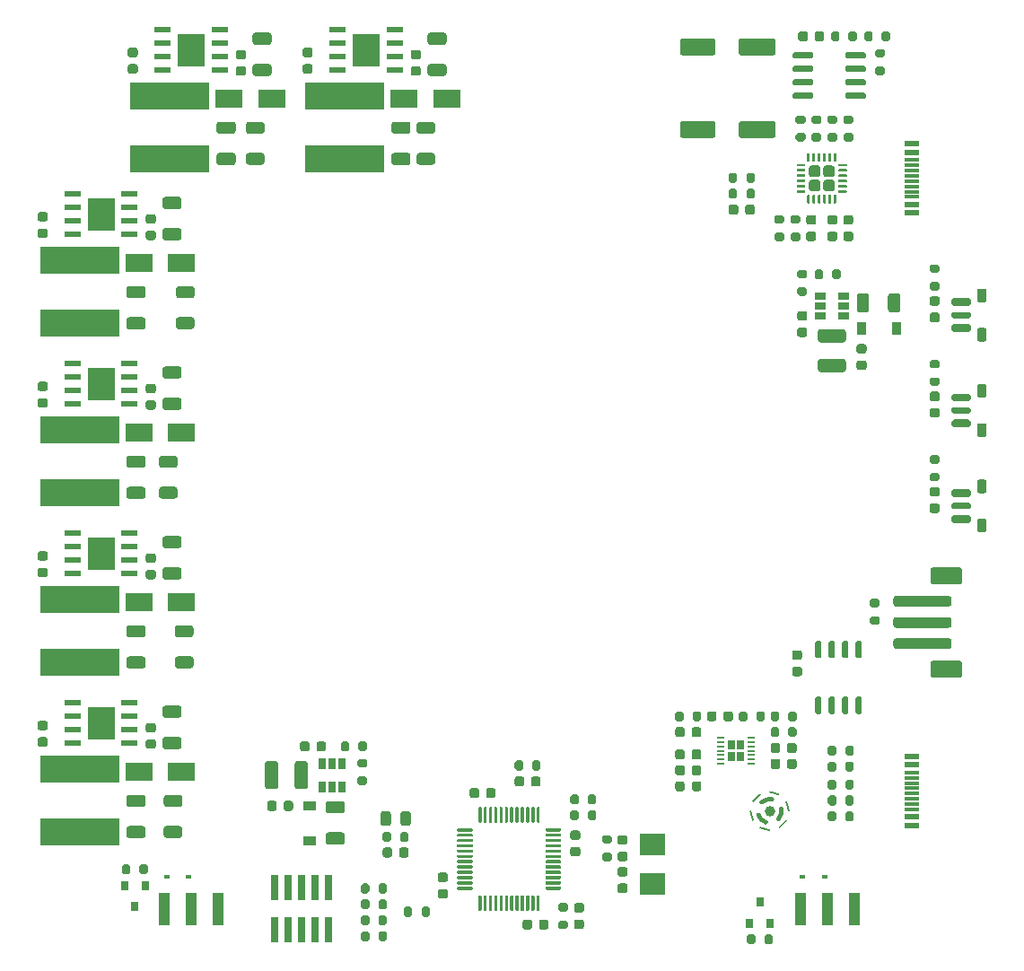
<source format=gbr>
%TF.GenerationSoftware,KiCad,Pcbnew,(5.1.8-0-10_14)*%
%TF.CreationDate,2021-08-11T22:05:50+02:00*%
%TF.ProjectId,Krasse-LED,4b726173-7365-42d4-9c45-442e6b696361,rev?*%
%TF.SameCoordinates,Original*%
%TF.FileFunction,Paste,Top*%
%TF.FilePolarity,Positive*%
%FSLAX46Y46*%
G04 Gerber Fmt 4.6, Leading zero omitted, Abs format (unit mm)*
G04 Created by KiCad (PCBNEW (5.1.8-0-10_14)) date 2021-08-11 22:05:50*
%MOMM*%
%LPD*%
G01*
G04 APERTURE LIST*
%ADD10C,0.200000*%
%ADD11C,0.450000*%
%ADD12R,0.700000X0.970000*%
%ADD13R,0.700000X0.250000*%
%ADD14R,0.740000X2.400000*%
%ADD15R,1.450000X0.600000*%
%ADD16R,1.450000X0.300000*%
%ADD17R,1.200000X0.900000*%
%ADD18R,0.900000X1.200000*%
%ADD19R,2.600000X3.100000*%
%ADD20R,1.550000X0.600000*%
%ADD21R,7.500000X2.550000*%
%ADD22R,2.500000X1.800000*%
%ADD23R,0.650000X1.060000*%
%ADD24R,1.060000X0.650000*%
%ADD25R,1.020000X3.170000*%
%ADD26R,0.800000X0.900000*%
%ADD27R,0.600000X0.450000*%
%ADD28R,2.400000X2.000000*%
%ADD29C,1.000000*%
G04 APERTURE END LIST*
D10*
%TO.C,MK1*%
X166121053Y-131719856D02*
G75*
G02*
X165509856Y-132331054I-1541053J929856D01*
G01*
X164545247Y-132589519D02*
G75*
G02*
X163710336Y-132365805I34753J1799519D01*
G01*
X163004194Y-131659663D02*
G75*
G02*
X162780481Y-130824751I1575806J869663D01*
G01*
X163038947Y-129860144D02*
G75*
G02*
X163650144Y-129248946I1541053J-929856D01*
G01*
X164614753Y-128990481D02*
G75*
G02*
X165449664Y-129214195I-34753J-1799519D01*
G01*
X166155806Y-129920337D02*
G75*
G02*
X166379519Y-130755249I-1575806J-869663D01*
G01*
D11*
X163833316Y-129953130D02*
G75*
G02*
X164808212Y-129691907I746684J-836870D01*
G01*
X164228591Y-131855082D02*
G75*
G02*
X163514918Y-131141409I351409J1065082D01*
G01*
X165678093Y-130561788D02*
G75*
G02*
X165416870Y-131536684I-1098093J-228212D01*
G01*
%TD*%
D12*
%TO.C,U2*%
X160955000Y-124512500D03*
X161850000Y-124512500D03*
X161850000Y-125687500D03*
X160955000Y-125687500D03*
D13*
X162875000Y-126300000D03*
X159925000Y-126300000D03*
X159925000Y-123900000D03*
X159925000Y-124300000D03*
X159925000Y-124700000D03*
X159925000Y-125100000D03*
X159925000Y-125500000D03*
X159925000Y-125900000D03*
X162875000Y-125900000D03*
X162875000Y-125500000D03*
X162875000Y-125100000D03*
X162875000Y-124700000D03*
X162875000Y-124300000D03*
X162875000Y-123900000D03*
%TD*%
%TO.C,C56*%
G36*
G01*
X141425000Y-127750000D02*
X141425000Y-128250000D01*
G75*
G02*
X141200000Y-128475000I-225000J0D01*
G01*
X140750000Y-128475000D01*
G75*
G02*
X140525000Y-128250000I0J225000D01*
G01*
X140525000Y-127750000D01*
G75*
G02*
X140750000Y-127525000I225000J0D01*
G01*
X141200000Y-127525000D01*
G75*
G02*
X141425000Y-127750000I0J-225000D01*
G01*
G37*
G36*
G01*
X142975000Y-127750000D02*
X142975000Y-128250000D01*
G75*
G02*
X142750000Y-128475000I-225000J0D01*
G01*
X142300000Y-128475000D01*
G75*
G02*
X142075000Y-128250000I0J225000D01*
G01*
X142075000Y-127750000D01*
G75*
G02*
X142300000Y-127525000I225000J0D01*
G01*
X142750000Y-127525000D01*
G75*
G02*
X142975000Y-127750000I0J-225000D01*
G01*
G37*
%TD*%
D14*
%TO.C,J1*%
X117910000Y-141950000D03*
X117910000Y-138050000D03*
X119180000Y-141950000D03*
X119180000Y-138050000D03*
X120450000Y-141950000D03*
X120450000Y-138050000D03*
X121720000Y-141950000D03*
X121720000Y-138050000D03*
X122990000Y-141950000D03*
X122990000Y-138050000D03*
%TD*%
D15*
%TO.C,J6*%
X177955000Y-67850000D03*
X177955000Y-68650000D03*
X177955000Y-73550000D03*
X177955000Y-74350000D03*
X177955000Y-74350000D03*
X177955000Y-73550000D03*
X177955000Y-68650000D03*
X177955000Y-67850000D03*
D16*
X177955000Y-72850000D03*
X177955000Y-72350000D03*
X177955000Y-71850000D03*
X177955000Y-70850000D03*
X177955000Y-70350000D03*
X177955000Y-69850000D03*
X177955000Y-69350000D03*
X177955000Y-71350000D03*
%TD*%
%TO.C,C53*%
G36*
G01*
X159475000Y-65949600D02*
X159475000Y-67050400D01*
G75*
G02*
X159225400Y-67300000I-249600J0D01*
G01*
X156374600Y-67300000D01*
G75*
G02*
X156125000Y-67050400I0J249600D01*
G01*
X156125000Y-65949600D01*
G75*
G02*
X156374600Y-65700000I249600J0D01*
G01*
X159225400Y-65700000D01*
G75*
G02*
X159475000Y-65949600I0J-249600D01*
G01*
G37*
G36*
G01*
X165150000Y-65949600D02*
X165150000Y-67050400D01*
G75*
G02*
X164900400Y-67300000I-249600J0D01*
G01*
X161899600Y-67300000D01*
G75*
G02*
X161650000Y-67050400I0J249600D01*
G01*
X161650000Y-65949600D01*
G75*
G02*
X161899600Y-65700000I249600J0D01*
G01*
X164900400Y-65700000D01*
G75*
G02*
X165150000Y-65949600I0J-249600D01*
G01*
G37*
%TD*%
%TO.C,C48*%
G36*
G01*
X159475000Y-58149600D02*
X159475000Y-59250400D01*
G75*
G02*
X159225400Y-59500000I-249600J0D01*
G01*
X156374600Y-59500000D01*
G75*
G02*
X156125000Y-59250400I0J249600D01*
G01*
X156125000Y-58149600D01*
G75*
G02*
X156374600Y-57900000I249600J0D01*
G01*
X159225400Y-57900000D01*
G75*
G02*
X159475000Y-58149600I0J-249600D01*
G01*
G37*
G36*
G01*
X165150000Y-58149600D02*
X165150000Y-59250400D01*
G75*
G02*
X164900400Y-59500000I-249600J0D01*
G01*
X161899600Y-59500000D01*
G75*
G02*
X161650000Y-59250400I0J249600D01*
G01*
X161650000Y-58149600D01*
G75*
G02*
X161899600Y-57900000I249600J0D01*
G01*
X164900400Y-57900000D01*
G75*
G02*
X165150000Y-58149600I0J-249600D01*
G01*
G37*
%TD*%
D17*
%TO.C,D9*%
X121200000Y-133600000D03*
X121200000Y-130300000D03*
%TD*%
D18*
%TO.C,D8*%
X176550000Y-85250000D03*
X173250000Y-85250000D03*
%TD*%
%TO.C,L8*%
G36*
G01*
X118225000Y-126325000D02*
X118225000Y-128475000D01*
G75*
G02*
X117975000Y-128725000I-250000J0D01*
G01*
X117225000Y-128725000D01*
G75*
G02*
X116975000Y-128475000I0J250000D01*
G01*
X116975000Y-126325000D01*
G75*
G02*
X117225000Y-126075000I250000J0D01*
G01*
X117975000Y-126075000D01*
G75*
G02*
X118225000Y-126325000I0J-250000D01*
G01*
G37*
G36*
G01*
X121025000Y-126325000D02*
X121025000Y-128475000D01*
G75*
G02*
X120775000Y-128725000I-250000J0D01*
G01*
X120025000Y-128725000D01*
G75*
G02*
X119775000Y-128475000I0J250000D01*
G01*
X119775000Y-126325000D01*
G75*
G02*
X120025000Y-126075000I250000J0D01*
G01*
X120775000Y-126075000D01*
G75*
G02*
X121025000Y-126325000I0J-250000D01*
G01*
G37*
%TD*%
%TO.C,L7*%
G36*
G01*
X169375000Y-88125000D02*
X171525000Y-88125000D01*
G75*
G02*
X171775000Y-88375000I0J-250000D01*
G01*
X171775000Y-89125000D01*
G75*
G02*
X171525000Y-89375000I-250000J0D01*
G01*
X169375000Y-89375000D01*
G75*
G02*
X169125000Y-89125000I0J250000D01*
G01*
X169125000Y-88375000D01*
G75*
G02*
X169375000Y-88125000I250000J0D01*
G01*
G37*
G36*
G01*
X169375000Y-85325000D02*
X171525000Y-85325000D01*
G75*
G02*
X171775000Y-85575000I0J-250000D01*
G01*
X171775000Y-86325000D01*
G75*
G02*
X171525000Y-86575000I-250000J0D01*
G01*
X169375000Y-86575000D01*
G75*
G02*
X169125000Y-86325000I0J250000D01*
G01*
X169125000Y-85575000D01*
G75*
G02*
X169375000Y-85325000I250000J0D01*
G01*
G37*
%TD*%
D19*
%TO.C,U4*%
X126500000Y-59000000D03*
D20*
X129200000Y-57095000D03*
X129200000Y-58365000D03*
X129200000Y-59635000D03*
X129200000Y-60905000D03*
X123800000Y-60905000D03*
X123800000Y-59635000D03*
X123800000Y-58365000D03*
X123800000Y-57095000D03*
%TD*%
%TO.C,R13*%
G36*
G01*
X131524998Y-68700000D02*
X132775002Y-68700000D01*
G75*
G02*
X133025000Y-68949998I0J-249998D01*
G01*
X133025000Y-69575002D01*
G75*
G02*
X132775002Y-69825000I-249998J0D01*
G01*
X131524998Y-69825000D01*
G75*
G02*
X131275000Y-69575002I0J249998D01*
G01*
X131275000Y-68949998D01*
G75*
G02*
X131524998Y-68700000I249998J0D01*
G01*
G37*
G36*
G01*
X131524998Y-65775000D02*
X132775002Y-65775000D01*
G75*
G02*
X133025000Y-66024998I0J-249998D01*
G01*
X133025000Y-66650002D01*
G75*
G02*
X132775002Y-66900000I-249998J0D01*
G01*
X131524998Y-66900000D01*
G75*
G02*
X131275000Y-66650002I0J249998D01*
G01*
X131275000Y-66024998D01*
G75*
G02*
X131524998Y-65775000I249998J0D01*
G01*
G37*
%TD*%
D21*
%TO.C,L1*%
X124500000Y-69250000D03*
X124500000Y-63350000D03*
%TD*%
D22*
%TO.C,D1*%
X130100000Y-63600000D03*
X134100000Y-63600000D03*
%TD*%
%TO.C,C22*%
G36*
G01*
X132549999Y-60300000D02*
X133850001Y-60300000D01*
G75*
G02*
X134100000Y-60549999I0J-249999D01*
G01*
X134100000Y-61200001D01*
G75*
G02*
X133850001Y-61450000I-249999J0D01*
G01*
X132549999Y-61450000D01*
G75*
G02*
X132300000Y-61200001I0J249999D01*
G01*
X132300000Y-60549999D01*
G75*
G02*
X132549999Y-60300000I249999J0D01*
G01*
G37*
G36*
G01*
X132549999Y-57350000D02*
X133850001Y-57350000D01*
G75*
G02*
X134100000Y-57599999I0J-249999D01*
G01*
X134100000Y-58250001D01*
G75*
G02*
X133850001Y-58500000I-249999J0D01*
G01*
X132549999Y-58500000D01*
G75*
G02*
X132300000Y-58250001I0J249999D01*
G01*
X132300000Y-57599999D01*
G75*
G02*
X132549999Y-57350000I249999J0D01*
G01*
G37*
%TD*%
%TO.C,C21*%
G36*
G01*
X131450000Y-59875000D02*
X130950000Y-59875000D01*
G75*
G02*
X130725000Y-59650000I0J225000D01*
G01*
X130725000Y-59200000D01*
G75*
G02*
X130950000Y-58975000I225000J0D01*
G01*
X131450000Y-58975000D01*
G75*
G02*
X131675000Y-59200000I0J-225000D01*
G01*
X131675000Y-59650000D01*
G75*
G02*
X131450000Y-59875000I-225000J0D01*
G01*
G37*
G36*
G01*
X131450000Y-61425000D02*
X130950000Y-61425000D01*
G75*
G02*
X130725000Y-61200000I0J225000D01*
G01*
X130725000Y-60750000D01*
G75*
G02*
X130950000Y-60525000I225000J0D01*
G01*
X131450000Y-60525000D01*
G75*
G02*
X131675000Y-60750000I0J-225000D01*
G01*
X131675000Y-61200000D01*
G75*
G02*
X131450000Y-61425000I-225000J0D01*
G01*
G37*
%TD*%
%TO.C,C20*%
G36*
G01*
X121250000Y-59675000D02*
X120750000Y-59675000D01*
G75*
G02*
X120525000Y-59450000I0J225000D01*
G01*
X120525000Y-59000000D01*
G75*
G02*
X120750000Y-58775000I225000J0D01*
G01*
X121250000Y-58775000D01*
G75*
G02*
X121475000Y-59000000I0J-225000D01*
G01*
X121475000Y-59450000D01*
G75*
G02*
X121250000Y-59675000I-225000J0D01*
G01*
G37*
G36*
G01*
X121250000Y-61225000D02*
X120750000Y-61225000D01*
G75*
G02*
X120525000Y-61000000I0J225000D01*
G01*
X120525000Y-60550000D01*
G75*
G02*
X120750000Y-60325000I225000J0D01*
G01*
X121250000Y-60325000D01*
G75*
G02*
X121475000Y-60550000I0J-225000D01*
G01*
X121475000Y-61000000D01*
G75*
G02*
X121250000Y-61225000I-225000J0D01*
G01*
G37*
%TD*%
%TO.C,C13*%
G36*
G01*
X129149999Y-68700000D02*
X130450001Y-68700000D01*
G75*
G02*
X130700000Y-68949999I0J-249999D01*
G01*
X130700000Y-69600001D01*
G75*
G02*
X130450001Y-69850000I-249999J0D01*
G01*
X129149999Y-69850000D01*
G75*
G02*
X128900000Y-69600001I0J249999D01*
G01*
X128900000Y-68949999D01*
G75*
G02*
X129149999Y-68700000I249999J0D01*
G01*
G37*
G36*
G01*
X129149999Y-65750000D02*
X130450001Y-65750000D01*
G75*
G02*
X130700000Y-65999999I0J-249999D01*
G01*
X130700000Y-66650001D01*
G75*
G02*
X130450001Y-66900000I-249999J0D01*
G01*
X129149999Y-66900000D01*
G75*
G02*
X128900000Y-66650001I0J249999D01*
G01*
X128900000Y-65999999D01*
G75*
G02*
X129149999Y-65750000I249999J0D01*
G01*
G37*
%TD*%
D19*
%TO.C,U9*%
X101500000Y-122500000D03*
D20*
X104200000Y-120595000D03*
X104200000Y-121865000D03*
X104200000Y-123135000D03*
X104200000Y-124405000D03*
X98800000Y-124405000D03*
X98800000Y-123135000D03*
X98800000Y-121865000D03*
X98800000Y-120595000D03*
%TD*%
D19*
%TO.C,U8*%
X101500000Y-106500000D03*
D20*
X104200000Y-104595000D03*
X104200000Y-105865000D03*
X104200000Y-107135000D03*
X104200000Y-108405000D03*
X98800000Y-108405000D03*
X98800000Y-107135000D03*
X98800000Y-105865000D03*
X98800000Y-104595000D03*
%TD*%
D19*
%TO.C,U7*%
X101500000Y-90500000D03*
D20*
X104200000Y-88595000D03*
X104200000Y-89865000D03*
X104200000Y-91135000D03*
X104200000Y-92405000D03*
X98800000Y-92405000D03*
X98800000Y-91135000D03*
X98800000Y-89865000D03*
X98800000Y-88595000D03*
%TD*%
D19*
%TO.C,U6*%
X101500000Y-74500000D03*
D20*
X104200000Y-72595000D03*
X104200000Y-73865000D03*
X104200000Y-75135000D03*
X104200000Y-76405000D03*
X98800000Y-76405000D03*
X98800000Y-75135000D03*
X98800000Y-73865000D03*
X98800000Y-72595000D03*
%TD*%
D19*
%TO.C,U5*%
X110000000Y-59000000D03*
D20*
X112700000Y-57095000D03*
X112700000Y-58365000D03*
X112700000Y-59635000D03*
X112700000Y-60905000D03*
X107300000Y-60905000D03*
X107300000Y-59635000D03*
X107300000Y-58365000D03*
X107300000Y-57095000D03*
%TD*%
%TO.C,R23*%
G36*
G01*
X108925002Y-130400000D02*
X107674998Y-130400000D01*
G75*
G02*
X107425000Y-130150002I0J249998D01*
G01*
X107425000Y-129524998D01*
G75*
G02*
X107674998Y-129275000I249998J0D01*
G01*
X108925002Y-129275000D01*
G75*
G02*
X109175000Y-129524998I0J-249998D01*
G01*
X109175000Y-130150002D01*
G75*
G02*
X108925002Y-130400000I-249998J0D01*
G01*
G37*
G36*
G01*
X108925002Y-133325000D02*
X107674998Y-133325000D01*
G75*
G02*
X107425000Y-133075002I0J249998D01*
G01*
X107425000Y-132449998D01*
G75*
G02*
X107674998Y-132200000I249998J0D01*
G01*
X108925002Y-132200000D01*
G75*
G02*
X109175000Y-132449998I0J-249998D01*
G01*
X109175000Y-133075002D01*
G75*
G02*
X108925002Y-133325000I-249998J0D01*
G01*
G37*
%TD*%
%TO.C,R22*%
G36*
G01*
X109975002Y-114400000D02*
X108724998Y-114400000D01*
G75*
G02*
X108475000Y-114150002I0J249998D01*
G01*
X108475000Y-113524998D01*
G75*
G02*
X108724998Y-113275000I249998J0D01*
G01*
X109975002Y-113275000D01*
G75*
G02*
X110225000Y-113524998I0J-249998D01*
G01*
X110225000Y-114150002D01*
G75*
G02*
X109975002Y-114400000I-249998J0D01*
G01*
G37*
G36*
G01*
X109975002Y-117325000D02*
X108724998Y-117325000D01*
G75*
G02*
X108475000Y-117075002I0J249998D01*
G01*
X108475000Y-116449998D01*
G75*
G02*
X108724998Y-116200000I249998J0D01*
G01*
X109975002Y-116200000D01*
G75*
G02*
X110225000Y-116449998I0J-249998D01*
G01*
X110225000Y-117075002D01*
G75*
G02*
X109975002Y-117325000I-249998J0D01*
G01*
G37*
%TD*%
%TO.C,R21*%
G36*
G01*
X108475002Y-98400000D02*
X107224998Y-98400000D01*
G75*
G02*
X106975000Y-98150002I0J249998D01*
G01*
X106975000Y-97524998D01*
G75*
G02*
X107224998Y-97275000I249998J0D01*
G01*
X108475002Y-97275000D01*
G75*
G02*
X108725000Y-97524998I0J-249998D01*
G01*
X108725000Y-98150002D01*
G75*
G02*
X108475002Y-98400000I-249998J0D01*
G01*
G37*
G36*
G01*
X108475002Y-101325000D02*
X107224998Y-101325000D01*
G75*
G02*
X106975000Y-101075002I0J249998D01*
G01*
X106975000Y-100449998D01*
G75*
G02*
X107224998Y-100200000I249998J0D01*
G01*
X108475002Y-100200000D01*
G75*
G02*
X108725000Y-100449998I0J-249998D01*
G01*
X108725000Y-101075002D01*
G75*
G02*
X108475002Y-101325000I-249998J0D01*
G01*
G37*
%TD*%
%TO.C,R20*%
G36*
G01*
X110075002Y-82400000D02*
X108824998Y-82400000D01*
G75*
G02*
X108575000Y-82150002I0J249998D01*
G01*
X108575000Y-81524998D01*
G75*
G02*
X108824998Y-81275000I249998J0D01*
G01*
X110075002Y-81275000D01*
G75*
G02*
X110325000Y-81524998I0J-249998D01*
G01*
X110325000Y-82150002D01*
G75*
G02*
X110075002Y-82400000I-249998J0D01*
G01*
G37*
G36*
G01*
X110075002Y-85325000D02*
X108824998Y-85325000D01*
G75*
G02*
X108575000Y-85075002I0J249998D01*
G01*
X108575000Y-84449998D01*
G75*
G02*
X108824998Y-84200000I249998J0D01*
G01*
X110075002Y-84200000D01*
G75*
G02*
X110325000Y-84449998I0J-249998D01*
G01*
X110325000Y-85075002D01*
G75*
G02*
X110075002Y-85325000I-249998J0D01*
G01*
G37*
%TD*%
%TO.C,R19*%
G36*
G01*
X116675002Y-66900000D02*
X115424998Y-66900000D01*
G75*
G02*
X115175000Y-66650002I0J249998D01*
G01*
X115175000Y-66024998D01*
G75*
G02*
X115424998Y-65775000I249998J0D01*
G01*
X116675002Y-65775000D01*
G75*
G02*
X116925000Y-66024998I0J-249998D01*
G01*
X116925000Y-66650002D01*
G75*
G02*
X116675002Y-66900000I-249998J0D01*
G01*
G37*
G36*
G01*
X116675002Y-69825000D02*
X115424998Y-69825000D01*
G75*
G02*
X115175000Y-69575002I0J249998D01*
G01*
X115175000Y-68949998D01*
G75*
G02*
X115424998Y-68700000I249998J0D01*
G01*
X116675002Y-68700000D01*
G75*
G02*
X116925000Y-68949998I0J-249998D01*
G01*
X116925000Y-69575002D01*
G75*
G02*
X116675002Y-69825000I-249998J0D01*
G01*
G37*
%TD*%
D21*
%TO.C,L6*%
X99500000Y-132750000D03*
X99500000Y-126850000D03*
%TD*%
%TO.C,L5*%
X99500000Y-116750000D03*
X99500000Y-110850000D03*
%TD*%
%TO.C,L4*%
X99500000Y-100750000D03*
X99500000Y-94850000D03*
%TD*%
%TO.C,L3*%
X99500000Y-84750000D03*
X99500000Y-78850000D03*
%TD*%
%TO.C,L2*%
X108000000Y-69250000D03*
X108000000Y-63350000D03*
%TD*%
D22*
%TO.C,D7*%
X105100000Y-127100000D03*
X109100000Y-127100000D03*
%TD*%
%TO.C,D6*%
X105100000Y-111100000D03*
X109100000Y-111100000D03*
%TD*%
%TO.C,D5*%
X105100000Y-95100000D03*
X109100000Y-95100000D03*
%TD*%
%TO.C,D4*%
X105100000Y-79100000D03*
X109100000Y-79100000D03*
%TD*%
%TO.C,D3*%
X113600000Y-63600000D03*
X117600000Y-63600000D03*
%TD*%
%TO.C,C42*%
G36*
G01*
X104149999Y-132200000D02*
X105450001Y-132200000D01*
G75*
G02*
X105700000Y-132449999I0J-249999D01*
G01*
X105700000Y-133100001D01*
G75*
G02*
X105450001Y-133350000I-249999J0D01*
G01*
X104149999Y-133350000D01*
G75*
G02*
X103900000Y-133100001I0J249999D01*
G01*
X103900000Y-132449999D01*
G75*
G02*
X104149999Y-132200000I249999J0D01*
G01*
G37*
G36*
G01*
X104149999Y-129250000D02*
X105450001Y-129250000D01*
G75*
G02*
X105700000Y-129499999I0J-249999D01*
G01*
X105700000Y-130150001D01*
G75*
G02*
X105450001Y-130400000I-249999J0D01*
G01*
X104149999Y-130400000D01*
G75*
G02*
X103900000Y-130150001I0J249999D01*
G01*
X103900000Y-129499999D01*
G75*
G02*
X104149999Y-129250000I249999J0D01*
G01*
G37*
%TD*%
%TO.C,C41*%
G36*
G01*
X104149999Y-116200000D02*
X105450001Y-116200000D01*
G75*
G02*
X105700000Y-116449999I0J-249999D01*
G01*
X105700000Y-117100001D01*
G75*
G02*
X105450001Y-117350000I-249999J0D01*
G01*
X104149999Y-117350000D01*
G75*
G02*
X103900000Y-117100001I0J249999D01*
G01*
X103900000Y-116449999D01*
G75*
G02*
X104149999Y-116200000I249999J0D01*
G01*
G37*
G36*
G01*
X104149999Y-113250000D02*
X105450001Y-113250000D01*
G75*
G02*
X105700000Y-113499999I0J-249999D01*
G01*
X105700000Y-114150001D01*
G75*
G02*
X105450001Y-114400000I-249999J0D01*
G01*
X104149999Y-114400000D01*
G75*
G02*
X103900000Y-114150001I0J249999D01*
G01*
X103900000Y-113499999D01*
G75*
G02*
X104149999Y-113250000I249999J0D01*
G01*
G37*
%TD*%
%TO.C,C40*%
G36*
G01*
X104149999Y-100200000D02*
X105450001Y-100200000D01*
G75*
G02*
X105700000Y-100449999I0J-249999D01*
G01*
X105700000Y-101100001D01*
G75*
G02*
X105450001Y-101350000I-249999J0D01*
G01*
X104149999Y-101350000D01*
G75*
G02*
X103900000Y-101100001I0J249999D01*
G01*
X103900000Y-100449999D01*
G75*
G02*
X104149999Y-100200000I249999J0D01*
G01*
G37*
G36*
G01*
X104149999Y-97250000D02*
X105450001Y-97250000D01*
G75*
G02*
X105700000Y-97499999I0J-249999D01*
G01*
X105700000Y-98150001D01*
G75*
G02*
X105450001Y-98400000I-249999J0D01*
G01*
X104149999Y-98400000D01*
G75*
G02*
X103900000Y-98150001I0J249999D01*
G01*
X103900000Y-97499999D01*
G75*
G02*
X104149999Y-97250000I249999J0D01*
G01*
G37*
%TD*%
%TO.C,C39*%
G36*
G01*
X104149999Y-84200000D02*
X105450001Y-84200000D01*
G75*
G02*
X105700000Y-84449999I0J-249999D01*
G01*
X105700000Y-85100001D01*
G75*
G02*
X105450001Y-85350000I-249999J0D01*
G01*
X104149999Y-85350000D01*
G75*
G02*
X103900000Y-85100001I0J249999D01*
G01*
X103900000Y-84449999D01*
G75*
G02*
X104149999Y-84200000I249999J0D01*
G01*
G37*
G36*
G01*
X104149999Y-81250000D02*
X105450001Y-81250000D01*
G75*
G02*
X105700000Y-81499999I0J-249999D01*
G01*
X105700000Y-82150001D01*
G75*
G02*
X105450001Y-82400000I-249999J0D01*
G01*
X104149999Y-82400000D01*
G75*
G02*
X103900000Y-82150001I0J249999D01*
G01*
X103900000Y-81499999D01*
G75*
G02*
X104149999Y-81250000I249999J0D01*
G01*
G37*
%TD*%
%TO.C,C38*%
G36*
G01*
X112649999Y-68700000D02*
X113950001Y-68700000D01*
G75*
G02*
X114200000Y-68949999I0J-249999D01*
G01*
X114200000Y-69600001D01*
G75*
G02*
X113950001Y-69850000I-249999J0D01*
G01*
X112649999Y-69850000D01*
G75*
G02*
X112400000Y-69600001I0J249999D01*
G01*
X112400000Y-68949999D01*
G75*
G02*
X112649999Y-68700000I249999J0D01*
G01*
G37*
G36*
G01*
X112649999Y-65750000D02*
X113950001Y-65750000D01*
G75*
G02*
X114200000Y-65999999I0J-249999D01*
G01*
X114200000Y-66650001D01*
G75*
G02*
X113950001Y-66900000I-249999J0D01*
G01*
X112649999Y-66900000D01*
G75*
G02*
X112400000Y-66650001I0J249999D01*
G01*
X112400000Y-65999999D01*
G75*
G02*
X112649999Y-65750000I249999J0D01*
G01*
G37*
%TD*%
%TO.C,C37*%
G36*
G01*
X107549999Y-123800000D02*
X108850001Y-123800000D01*
G75*
G02*
X109100000Y-124049999I0J-249999D01*
G01*
X109100000Y-124700001D01*
G75*
G02*
X108850001Y-124950000I-249999J0D01*
G01*
X107549999Y-124950000D01*
G75*
G02*
X107300000Y-124700001I0J249999D01*
G01*
X107300000Y-124049999D01*
G75*
G02*
X107549999Y-123800000I249999J0D01*
G01*
G37*
G36*
G01*
X107549999Y-120850000D02*
X108850001Y-120850000D01*
G75*
G02*
X109100000Y-121099999I0J-249999D01*
G01*
X109100000Y-121750001D01*
G75*
G02*
X108850001Y-122000000I-249999J0D01*
G01*
X107549999Y-122000000D01*
G75*
G02*
X107300000Y-121750001I0J249999D01*
G01*
X107300000Y-121099999D01*
G75*
G02*
X107549999Y-120850000I249999J0D01*
G01*
G37*
%TD*%
%TO.C,C36*%
G36*
G01*
X107549999Y-107800000D02*
X108850001Y-107800000D01*
G75*
G02*
X109100000Y-108049999I0J-249999D01*
G01*
X109100000Y-108700001D01*
G75*
G02*
X108850001Y-108950000I-249999J0D01*
G01*
X107549999Y-108950000D01*
G75*
G02*
X107300000Y-108700001I0J249999D01*
G01*
X107300000Y-108049999D01*
G75*
G02*
X107549999Y-107800000I249999J0D01*
G01*
G37*
G36*
G01*
X107549999Y-104850000D02*
X108850001Y-104850000D01*
G75*
G02*
X109100000Y-105099999I0J-249999D01*
G01*
X109100000Y-105750001D01*
G75*
G02*
X108850001Y-106000000I-249999J0D01*
G01*
X107549999Y-106000000D01*
G75*
G02*
X107300000Y-105750001I0J249999D01*
G01*
X107300000Y-105099999D01*
G75*
G02*
X107549999Y-104850000I249999J0D01*
G01*
G37*
%TD*%
%TO.C,C35*%
G36*
G01*
X107549999Y-91800000D02*
X108850001Y-91800000D01*
G75*
G02*
X109100000Y-92049999I0J-249999D01*
G01*
X109100000Y-92700001D01*
G75*
G02*
X108850001Y-92950000I-249999J0D01*
G01*
X107549999Y-92950000D01*
G75*
G02*
X107300000Y-92700001I0J249999D01*
G01*
X107300000Y-92049999D01*
G75*
G02*
X107549999Y-91800000I249999J0D01*
G01*
G37*
G36*
G01*
X107549999Y-88850000D02*
X108850001Y-88850000D01*
G75*
G02*
X109100000Y-89099999I0J-249999D01*
G01*
X109100000Y-89750001D01*
G75*
G02*
X108850001Y-90000000I-249999J0D01*
G01*
X107549999Y-90000000D01*
G75*
G02*
X107300000Y-89750001I0J249999D01*
G01*
X107300000Y-89099999D01*
G75*
G02*
X107549999Y-88850000I249999J0D01*
G01*
G37*
%TD*%
%TO.C,C34*%
G36*
G01*
X107549999Y-75800000D02*
X108850001Y-75800000D01*
G75*
G02*
X109100000Y-76049999I0J-249999D01*
G01*
X109100000Y-76700001D01*
G75*
G02*
X108850001Y-76950000I-249999J0D01*
G01*
X107549999Y-76950000D01*
G75*
G02*
X107300000Y-76700001I0J249999D01*
G01*
X107300000Y-76049999D01*
G75*
G02*
X107549999Y-75800000I249999J0D01*
G01*
G37*
G36*
G01*
X107549999Y-72850000D02*
X108850001Y-72850000D01*
G75*
G02*
X109100000Y-73099999I0J-249999D01*
G01*
X109100000Y-73750001D01*
G75*
G02*
X108850001Y-74000000I-249999J0D01*
G01*
X107549999Y-74000000D01*
G75*
G02*
X107300000Y-73750001I0J249999D01*
G01*
X107300000Y-73099999D01*
G75*
G02*
X107549999Y-72850000I249999J0D01*
G01*
G37*
%TD*%
%TO.C,C33*%
G36*
G01*
X116049999Y-60300000D02*
X117350001Y-60300000D01*
G75*
G02*
X117600000Y-60549999I0J-249999D01*
G01*
X117600000Y-61200001D01*
G75*
G02*
X117350001Y-61450000I-249999J0D01*
G01*
X116049999Y-61450000D01*
G75*
G02*
X115800000Y-61200001I0J249999D01*
G01*
X115800000Y-60549999D01*
G75*
G02*
X116049999Y-60300000I249999J0D01*
G01*
G37*
G36*
G01*
X116049999Y-57350000D02*
X117350001Y-57350000D01*
G75*
G02*
X117600000Y-57599999I0J-249999D01*
G01*
X117600000Y-58250001D01*
G75*
G02*
X117350001Y-58500000I-249999J0D01*
G01*
X116049999Y-58500000D01*
G75*
G02*
X115800000Y-58250001I0J249999D01*
G01*
X115800000Y-57599999D01*
G75*
G02*
X116049999Y-57350000I249999J0D01*
G01*
G37*
%TD*%
%TO.C,C32*%
G36*
G01*
X106450000Y-123375000D02*
X105950000Y-123375000D01*
G75*
G02*
X105725000Y-123150000I0J225000D01*
G01*
X105725000Y-122700000D01*
G75*
G02*
X105950000Y-122475000I225000J0D01*
G01*
X106450000Y-122475000D01*
G75*
G02*
X106675000Y-122700000I0J-225000D01*
G01*
X106675000Y-123150000D01*
G75*
G02*
X106450000Y-123375000I-225000J0D01*
G01*
G37*
G36*
G01*
X106450000Y-124925000D02*
X105950000Y-124925000D01*
G75*
G02*
X105725000Y-124700000I0J225000D01*
G01*
X105725000Y-124250000D01*
G75*
G02*
X105950000Y-124025000I225000J0D01*
G01*
X106450000Y-124025000D01*
G75*
G02*
X106675000Y-124250000I0J-225000D01*
G01*
X106675000Y-124700000D01*
G75*
G02*
X106450000Y-124925000I-225000J0D01*
G01*
G37*
%TD*%
%TO.C,C31*%
G36*
G01*
X106450000Y-107375000D02*
X105950000Y-107375000D01*
G75*
G02*
X105725000Y-107150000I0J225000D01*
G01*
X105725000Y-106700000D01*
G75*
G02*
X105950000Y-106475000I225000J0D01*
G01*
X106450000Y-106475000D01*
G75*
G02*
X106675000Y-106700000I0J-225000D01*
G01*
X106675000Y-107150000D01*
G75*
G02*
X106450000Y-107375000I-225000J0D01*
G01*
G37*
G36*
G01*
X106450000Y-108925000D02*
X105950000Y-108925000D01*
G75*
G02*
X105725000Y-108700000I0J225000D01*
G01*
X105725000Y-108250000D01*
G75*
G02*
X105950000Y-108025000I225000J0D01*
G01*
X106450000Y-108025000D01*
G75*
G02*
X106675000Y-108250000I0J-225000D01*
G01*
X106675000Y-108700000D01*
G75*
G02*
X106450000Y-108925000I-225000J0D01*
G01*
G37*
%TD*%
%TO.C,C30*%
G36*
G01*
X106450000Y-91375000D02*
X105950000Y-91375000D01*
G75*
G02*
X105725000Y-91150000I0J225000D01*
G01*
X105725000Y-90700000D01*
G75*
G02*
X105950000Y-90475000I225000J0D01*
G01*
X106450000Y-90475000D01*
G75*
G02*
X106675000Y-90700000I0J-225000D01*
G01*
X106675000Y-91150000D01*
G75*
G02*
X106450000Y-91375000I-225000J0D01*
G01*
G37*
G36*
G01*
X106450000Y-92925000D02*
X105950000Y-92925000D01*
G75*
G02*
X105725000Y-92700000I0J225000D01*
G01*
X105725000Y-92250000D01*
G75*
G02*
X105950000Y-92025000I225000J0D01*
G01*
X106450000Y-92025000D01*
G75*
G02*
X106675000Y-92250000I0J-225000D01*
G01*
X106675000Y-92700000D01*
G75*
G02*
X106450000Y-92925000I-225000J0D01*
G01*
G37*
%TD*%
%TO.C,C29*%
G36*
G01*
X106450000Y-75375000D02*
X105950000Y-75375000D01*
G75*
G02*
X105725000Y-75150000I0J225000D01*
G01*
X105725000Y-74700000D01*
G75*
G02*
X105950000Y-74475000I225000J0D01*
G01*
X106450000Y-74475000D01*
G75*
G02*
X106675000Y-74700000I0J-225000D01*
G01*
X106675000Y-75150000D01*
G75*
G02*
X106450000Y-75375000I-225000J0D01*
G01*
G37*
G36*
G01*
X106450000Y-76925000D02*
X105950000Y-76925000D01*
G75*
G02*
X105725000Y-76700000I0J225000D01*
G01*
X105725000Y-76250000D01*
G75*
G02*
X105950000Y-76025000I225000J0D01*
G01*
X106450000Y-76025000D01*
G75*
G02*
X106675000Y-76250000I0J-225000D01*
G01*
X106675000Y-76700000D01*
G75*
G02*
X106450000Y-76925000I-225000J0D01*
G01*
G37*
%TD*%
%TO.C,C28*%
G36*
G01*
X114950000Y-59875000D02*
X114450000Y-59875000D01*
G75*
G02*
X114225000Y-59650000I0J225000D01*
G01*
X114225000Y-59200000D01*
G75*
G02*
X114450000Y-58975000I225000J0D01*
G01*
X114950000Y-58975000D01*
G75*
G02*
X115175000Y-59200000I0J-225000D01*
G01*
X115175000Y-59650000D01*
G75*
G02*
X114950000Y-59875000I-225000J0D01*
G01*
G37*
G36*
G01*
X114950000Y-61425000D02*
X114450000Y-61425000D01*
G75*
G02*
X114225000Y-61200000I0J225000D01*
G01*
X114225000Y-60750000D01*
G75*
G02*
X114450000Y-60525000I225000J0D01*
G01*
X114950000Y-60525000D01*
G75*
G02*
X115175000Y-60750000I0J-225000D01*
G01*
X115175000Y-61200000D01*
G75*
G02*
X114950000Y-61425000I-225000J0D01*
G01*
G37*
%TD*%
%TO.C,C27*%
G36*
G01*
X96250000Y-123175000D02*
X95750000Y-123175000D01*
G75*
G02*
X95525000Y-122950000I0J225000D01*
G01*
X95525000Y-122500000D01*
G75*
G02*
X95750000Y-122275000I225000J0D01*
G01*
X96250000Y-122275000D01*
G75*
G02*
X96475000Y-122500000I0J-225000D01*
G01*
X96475000Y-122950000D01*
G75*
G02*
X96250000Y-123175000I-225000J0D01*
G01*
G37*
G36*
G01*
X96250000Y-124725000D02*
X95750000Y-124725000D01*
G75*
G02*
X95525000Y-124500000I0J225000D01*
G01*
X95525000Y-124050000D01*
G75*
G02*
X95750000Y-123825000I225000J0D01*
G01*
X96250000Y-123825000D01*
G75*
G02*
X96475000Y-124050000I0J-225000D01*
G01*
X96475000Y-124500000D01*
G75*
G02*
X96250000Y-124725000I-225000J0D01*
G01*
G37*
%TD*%
%TO.C,C26*%
G36*
G01*
X96250000Y-107175000D02*
X95750000Y-107175000D01*
G75*
G02*
X95525000Y-106950000I0J225000D01*
G01*
X95525000Y-106500000D01*
G75*
G02*
X95750000Y-106275000I225000J0D01*
G01*
X96250000Y-106275000D01*
G75*
G02*
X96475000Y-106500000I0J-225000D01*
G01*
X96475000Y-106950000D01*
G75*
G02*
X96250000Y-107175000I-225000J0D01*
G01*
G37*
G36*
G01*
X96250000Y-108725000D02*
X95750000Y-108725000D01*
G75*
G02*
X95525000Y-108500000I0J225000D01*
G01*
X95525000Y-108050000D01*
G75*
G02*
X95750000Y-107825000I225000J0D01*
G01*
X96250000Y-107825000D01*
G75*
G02*
X96475000Y-108050000I0J-225000D01*
G01*
X96475000Y-108500000D01*
G75*
G02*
X96250000Y-108725000I-225000J0D01*
G01*
G37*
%TD*%
%TO.C,C25*%
G36*
G01*
X96250000Y-91175000D02*
X95750000Y-91175000D01*
G75*
G02*
X95525000Y-90950000I0J225000D01*
G01*
X95525000Y-90500000D01*
G75*
G02*
X95750000Y-90275000I225000J0D01*
G01*
X96250000Y-90275000D01*
G75*
G02*
X96475000Y-90500000I0J-225000D01*
G01*
X96475000Y-90950000D01*
G75*
G02*
X96250000Y-91175000I-225000J0D01*
G01*
G37*
G36*
G01*
X96250000Y-92725000D02*
X95750000Y-92725000D01*
G75*
G02*
X95525000Y-92500000I0J225000D01*
G01*
X95525000Y-92050000D01*
G75*
G02*
X95750000Y-91825000I225000J0D01*
G01*
X96250000Y-91825000D01*
G75*
G02*
X96475000Y-92050000I0J-225000D01*
G01*
X96475000Y-92500000D01*
G75*
G02*
X96250000Y-92725000I-225000J0D01*
G01*
G37*
%TD*%
%TO.C,C24*%
G36*
G01*
X96250000Y-75175000D02*
X95750000Y-75175000D01*
G75*
G02*
X95525000Y-74950000I0J225000D01*
G01*
X95525000Y-74500000D01*
G75*
G02*
X95750000Y-74275000I225000J0D01*
G01*
X96250000Y-74275000D01*
G75*
G02*
X96475000Y-74500000I0J-225000D01*
G01*
X96475000Y-74950000D01*
G75*
G02*
X96250000Y-75175000I-225000J0D01*
G01*
G37*
G36*
G01*
X96250000Y-76725000D02*
X95750000Y-76725000D01*
G75*
G02*
X95525000Y-76500000I0J225000D01*
G01*
X95525000Y-76050000D01*
G75*
G02*
X95750000Y-75825000I225000J0D01*
G01*
X96250000Y-75825000D01*
G75*
G02*
X96475000Y-76050000I0J-225000D01*
G01*
X96475000Y-76500000D01*
G75*
G02*
X96250000Y-76725000I-225000J0D01*
G01*
G37*
%TD*%
%TO.C,C23*%
G36*
G01*
X104750000Y-59675000D02*
X104250000Y-59675000D01*
G75*
G02*
X104025000Y-59450000I0J225000D01*
G01*
X104025000Y-59000000D01*
G75*
G02*
X104250000Y-58775000I225000J0D01*
G01*
X104750000Y-58775000D01*
G75*
G02*
X104975000Y-59000000I0J-225000D01*
G01*
X104975000Y-59450000D01*
G75*
G02*
X104750000Y-59675000I-225000J0D01*
G01*
G37*
G36*
G01*
X104750000Y-61225000D02*
X104250000Y-61225000D01*
G75*
G02*
X104025000Y-61000000I0J225000D01*
G01*
X104025000Y-60550000D01*
G75*
G02*
X104250000Y-60325000I225000J0D01*
G01*
X104750000Y-60325000D01*
G75*
G02*
X104975000Y-60550000I0J-225000D01*
G01*
X104975000Y-61000000D01*
G75*
G02*
X104750000Y-61225000I-225000J0D01*
G01*
G37*
%TD*%
%TO.C,J3*%
G36*
G01*
X180000000Y-116600000D02*
X182500000Y-116600000D01*
G75*
G02*
X182750000Y-116850000I0J-250000D01*
G01*
X182750000Y-117950000D01*
G75*
G02*
X182500000Y-118200000I-250000J0D01*
G01*
X180000000Y-118200000D01*
G75*
G02*
X179750000Y-117950000I0J250000D01*
G01*
X179750000Y-116850000D01*
G75*
G02*
X180000000Y-116600000I250000J0D01*
G01*
G37*
G36*
G01*
X180000000Y-107800000D02*
X182500000Y-107800000D01*
G75*
G02*
X182750000Y-108050000I0J-250000D01*
G01*
X182750000Y-109150000D01*
G75*
G02*
X182500000Y-109400000I-250000J0D01*
G01*
X180000000Y-109400000D01*
G75*
G02*
X179750000Y-109150000I0J250000D01*
G01*
X179750000Y-108050000D01*
G75*
G02*
X180000000Y-107800000I250000J0D01*
G01*
G37*
G36*
G01*
X176500000Y-114500000D02*
X181500000Y-114500000D01*
G75*
G02*
X181750000Y-114750000I0J-250000D01*
G01*
X181750000Y-115250000D01*
G75*
G02*
X181500000Y-115500000I-250000J0D01*
G01*
X176500000Y-115500000D01*
G75*
G02*
X176250000Y-115250000I0J250000D01*
G01*
X176250000Y-114750000D01*
G75*
G02*
X176500000Y-114500000I250000J0D01*
G01*
G37*
G36*
G01*
X176500000Y-112500000D02*
X181500000Y-112500000D01*
G75*
G02*
X181750000Y-112750000I0J-250000D01*
G01*
X181750000Y-113250000D01*
G75*
G02*
X181500000Y-113500000I-250000J0D01*
G01*
X176500000Y-113500000D01*
G75*
G02*
X176250000Y-113250000I0J250000D01*
G01*
X176250000Y-112750000D01*
G75*
G02*
X176500000Y-112500000I250000J0D01*
G01*
G37*
G36*
G01*
X176500000Y-110500000D02*
X181500000Y-110500000D01*
G75*
G02*
X181750000Y-110750000I0J-250000D01*
G01*
X181750000Y-111250000D01*
G75*
G02*
X181500000Y-111500000I-250000J0D01*
G01*
X176500000Y-111500000D01*
G75*
G02*
X176250000Y-111250000I0J250000D01*
G01*
X176250000Y-110750000D01*
G75*
G02*
X176500000Y-110500000I250000J0D01*
G01*
G37*
%TD*%
%TO.C,SW3*%
G36*
G01*
X184825000Y-82800000D02*
X184375000Y-82800000D01*
G75*
G02*
X184150000Y-82575000I0J225000D01*
G01*
X184150000Y-81725000D01*
G75*
G02*
X184375000Y-81500000I225000J0D01*
G01*
X184825000Y-81500000D01*
G75*
G02*
X185050000Y-81725000I0J-225000D01*
G01*
X185050000Y-82575000D01*
G75*
G02*
X184825000Y-82800000I-225000J0D01*
G01*
G37*
G36*
G01*
X184825000Y-86500000D02*
X184375000Y-86500000D01*
G75*
G02*
X184150000Y-86275000I0J225000D01*
G01*
X184150000Y-85425000D01*
G75*
G02*
X184375000Y-85200000I225000J0D01*
G01*
X184825000Y-85200000D01*
G75*
G02*
X185050000Y-85425000I0J-225000D01*
G01*
X185050000Y-86275000D01*
G75*
G02*
X184825000Y-86500000I-225000J0D01*
G01*
G37*
G36*
G01*
X183400000Y-84300000D02*
X181900000Y-84300000D01*
G75*
G02*
X181750000Y-84150000I0J150000D01*
G01*
X181750000Y-83850000D01*
G75*
G02*
X181900000Y-83700000I150000J0D01*
G01*
X183400000Y-83700000D01*
G75*
G02*
X183550000Y-83850000I0J-150000D01*
G01*
X183550000Y-84150000D01*
G75*
G02*
X183400000Y-84300000I-150000J0D01*
G01*
G37*
G36*
G01*
X183362500Y-83150000D02*
X181937500Y-83150000D01*
G75*
G02*
X181750000Y-82962500I0J187500D01*
G01*
X181750000Y-82587500D01*
G75*
G02*
X181937500Y-82400000I187500J0D01*
G01*
X183362500Y-82400000D01*
G75*
G02*
X183550000Y-82587500I0J-187500D01*
G01*
X183550000Y-82962500D01*
G75*
G02*
X183362500Y-83150000I-187500J0D01*
G01*
G37*
G36*
G01*
X183362500Y-85600000D02*
X181937500Y-85600000D01*
G75*
G02*
X181750000Y-85412500I0J187500D01*
G01*
X181750000Y-85037500D01*
G75*
G02*
X181937500Y-84850000I187500J0D01*
G01*
X183362500Y-84850000D01*
G75*
G02*
X183550000Y-85037500I0J-187500D01*
G01*
X183550000Y-85412500D01*
G75*
G02*
X183362500Y-85600000I-187500J0D01*
G01*
G37*
%TD*%
%TO.C,R47*%
G36*
G01*
X124925000Y-124425000D02*
X124925000Y-124975000D01*
G75*
G02*
X124725000Y-125175000I-200000J0D01*
G01*
X124325000Y-125175000D01*
G75*
G02*
X124125000Y-124975000I0J200000D01*
G01*
X124125000Y-124425000D01*
G75*
G02*
X124325000Y-124225000I200000J0D01*
G01*
X124725000Y-124225000D01*
G75*
G02*
X124925000Y-124425000I0J-200000D01*
G01*
G37*
G36*
G01*
X126575000Y-124425000D02*
X126575000Y-124975000D01*
G75*
G02*
X126375000Y-125175000I-200000J0D01*
G01*
X125975000Y-125175000D01*
G75*
G02*
X125775000Y-124975000I0J200000D01*
G01*
X125775000Y-124425000D01*
G75*
G02*
X125975000Y-124225000I200000J0D01*
G01*
X126375000Y-124225000D01*
G75*
G02*
X126575000Y-124425000I0J-200000D01*
G01*
G37*
%TD*%
%TO.C,R46*%
G36*
G01*
X126425000Y-126675000D02*
X125875000Y-126675000D01*
G75*
G02*
X125675000Y-126475000I0J200000D01*
G01*
X125675000Y-126075000D01*
G75*
G02*
X125875000Y-125875000I200000J0D01*
G01*
X126425000Y-125875000D01*
G75*
G02*
X126625000Y-126075000I0J-200000D01*
G01*
X126625000Y-126475000D01*
G75*
G02*
X126425000Y-126675000I-200000J0D01*
G01*
G37*
G36*
G01*
X126425000Y-128325000D02*
X125875000Y-128325000D01*
G75*
G02*
X125675000Y-128125000I0J200000D01*
G01*
X125675000Y-127725000D01*
G75*
G02*
X125875000Y-127525000I200000J0D01*
G01*
X126425000Y-127525000D01*
G75*
G02*
X126625000Y-127725000I0J-200000D01*
G01*
X126625000Y-128125000D01*
G75*
G02*
X126425000Y-128325000I-200000J0D01*
G01*
G37*
%TD*%
%TO.C,R43*%
G36*
G01*
X167375000Y-81375000D02*
X167925000Y-81375000D01*
G75*
G02*
X168125000Y-81575000I0J-200000D01*
G01*
X168125000Y-81975000D01*
G75*
G02*
X167925000Y-82175000I-200000J0D01*
G01*
X167375000Y-82175000D01*
G75*
G02*
X167175000Y-81975000I0J200000D01*
G01*
X167175000Y-81575000D01*
G75*
G02*
X167375000Y-81375000I200000J0D01*
G01*
G37*
G36*
G01*
X167375000Y-79725000D02*
X167925000Y-79725000D01*
G75*
G02*
X168125000Y-79925000I0J-200000D01*
G01*
X168125000Y-80325000D01*
G75*
G02*
X167925000Y-80525000I-200000J0D01*
G01*
X167375000Y-80525000D01*
G75*
G02*
X167175000Y-80325000I0J200000D01*
G01*
X167175000Y-79925000D01*
G75*
G02*
X167375000Y-79725000I200000J0D01*
G01*
G37*
%TD*%
%TO.C,R42*%
G36*
G01*
X169625000Y-79875000D02*
X169625000Y-80425000D01*
G75*
G02*
X169425000Y-80625000I-200000J0D01*
G01*
X169025000Y-80625000D01*
G75*
G02*
X168825000Y-80425000I0J200000D01*
G01*
X168825000Y-79875000D01*
G75*
G02*
X169025000Y-79675000I200000J0D01*
G01*
X169425000Y-79675000D01*
G75*
G02*
X169625000Y-79875000I0J-200000D01*
G01*
G37*
G36*
G01*
X171275000Y-79875000D02*
X171275000Y-80425000D01*
G75*
G02*
X171075000Y-80625000I-200000J0D01*
G01*
X170675000Y-80625000D01*
G75*
G02*
X170475000Y-80425000I0J200000D01*
G01*
X170475000Y-79875000D01*
G75*
G02*
X170675000Y-79675000I200000J0D01*
G01*
X171075000Y-79675000D01*
G75*
G02*
X171275000Y-79875000I0J-200000D01*
G01*
G37*
%TD*%
%TO.C,R2*%
G36*
G01*
X161525000Y-72275000D02*
X161525000Y-72825000D01*
G75*
G02*
X161325000Y-73025000I-200000J0D01*
G01*
X160925000Y-73025000D01*
G75*
G02*
X160725000Y-72825000I0J200000D01*
G01*
X160725000Y-72275000D01*
G75*
G02*
X160925000Y-72075000I200000J0D01*
G01*
X161325000Y-72075000D01*
G75*
G02*
X161525000Y-72275000I0J-200000D01*
G01*
G37*
G36*
G01*
X163175000Y-72275000D02*
X163175000Y-72825000D01*
G75*
G02*
X162975000Y-73025000I-200000J0D01*
G01*
X162575000Y-73025000D01*
G75*
G02*
X162375000Y-72825000I0J200000D01*
G01*
X162375000Y-72275000D01*
G75*
G02*
X162575000Y-72075000I200000J0D01*
G01*
X162975000Y-72075000D01*
G75*
G02*
X163175000Y-72275000I0J-200000D01*
G01*
G37*
%TD*%
%TO.C,R1*%
G36*
G01*
X161525000Y-70775000D02*
X161525000Y-71325000D01*
G75*
G02*
X161325000Y-71525000I-200000J0D01*
G01*
X160925000Y-71525000D01*
G75*
G02*
X160725000Y-71325000I0J200000D01*
G01*
X160725000Y-70775000D01*
G75*
G02*
X160925000Y-70575000I200000J0D01*
G01*
X161325000Y-70575000D01*
G75*
G02*
X161525000Y-70775000I0J-200000D01*
G01*
G37*
G36*
G01*
X163175000Y-70775000D02*
X163175000Y-71325000D01*
G75*
G02*
X162975000Y-71525000I-200000J0D01*
G01*
X162575000Y-71525000D01*
G75*
G02*
X162375000Y-71325000I0J200000D01*
G01*
X162375000Y-70775000D01*
G75*
G02*
X162575000Y-70575000I200000J0D01*
G01*
X162975000Y-70575000D01*
G75*
G02*
X163175000Y-70775000I0J-200000D01*
G01*
G37*
%TD*%
%TO.C,C55*%
G36*
G01*
X118725000Y-130550000D02*
X118725000Y-130050000D01*
G75*
G02*
X118950000Y-129825000I225000J0D01*
G01*
X119400000Y-129825000D01*
G75*
G02*
X119625000Y-130050000I0J-225000D01*
G01*
X119625000Y-130550000D01*
G75*
G02*
X119400000Y-130775000I-225000J0D01*
G01*
X118950000Y-130775000D01*
G75*
G02*
X118725000Y-130550000I0J225000D01*
G01*
G37*
G36*
G01*
X117175000Y-130550000D02*
X117175000Y-130050000D01*
G75*
G02*
X117400000Y-129825000I225000J0D01*
G01*
X117850000Y-129825000D01*
G75*
G02*
X118075000Y-130050000I0J-225000D01*
G01*
X118075000Y-130550000D01*
G75*
G02*
X117850000Y-130775000I-225000J0D01*
G01*
X117400000Y-130775000D01*
G75*
G02*
X117175000Y-130550000I0J225000D01*
G01*
G37*
%TD*%
%TO.C,C54*%
G36*
G01*
X121175000Y-124450000D02*
X121175000Y-124950000D01*
G75*
G02*
X120950000Y-125175000I-225000J0D01*
G01*
X120500000Y-125175000D01*
G75*
G02*
X120275000Y-124950000I0J225000D01*
G01*
X120275000Y-124450000D01*
G75*
G02*
X120500000Y-124225000I225000J0D01*
G01*
X120950000Y-124225000D01*
G75*
G02*
X121175000Y-124450000I0J-225000D01*
G01*
G37*
G36*
G01*
X122725000Y-124450000D02*
X122725000Y-124950000D01*
G75*
G02*
X122500000Y-125175000I-225000J0D01*
G01*
X122050000Y-125175000D01*
G75*
G02*
X121825000Y-124950000I0J225000D01*
G01*
X121825000Y-124450000D01*
G75*
G02*
X122050000Y-124225000I225000J0D01*
G01*
X122500000Y-124225000D01*
G75*
G02*
X122725000Y-124450000I0J-225000D01*
G01*
G37*
%TD*%
%TO.C,C50*%
G36*
G01*
X124250001Y-131000000D02*
X122949999Y-131000000D01*
G75*
G02*
X122700000Y-130750001I0J249999D01*
G01*
X122700000Y-130099999D01*
G75*
G02*
X122949999Y-129850000I249999J0D01*
G01*
X124250001Y-129850000D01*
G75*
G02*
X124500000Y-130099999I0J-249999D01*
G01*
X124500000Y-130750001D01*
G75*
G02*
X124250001Y-131000000I-249999J0D01*
G01*
G37*
G36*
G01*
X124250001Y-133950000D02*
X122949999Y-133950000D01*
G75*
G02*
X122700000Y-133700001I0J249999D01*
G01*
X122700000Y-133049999D01*
G75*
G02*
X122949999Y-132800000I249999J0D01*
G01*
X124250001Y-132800000D01*
G75*
G02*
X124500000Y-133049999I0J-249999D01*
G01*
X124500000Y-133700001D01*
G75*
G02*
X124250001Y-133950000I-249999J0D01*
G01*
G37*
%TD*%
%TO.C,C49*%
G36*
G01*
X173500000Y-87625000D02*
X173000000Y-87625000D01*
G75*
G02*
X172775000Y-87400000I0J225000D01*
G01*
X172775000Y-86950000D01*
G75*
G02*
X173000000Y-86725000I225000J0D01*
G01*
X173500000Y-86725000D01*
G75*
G02*
X173725000Y-86950000I0J-225000D01*
G01*
X173725000Y-87400000D01*
G75*
G02*
X173500000Y-87625000I-225000J0D01*
G01*
G37*
G36*
G01*
X173500000Y-89175000D02*
X173000000Y-89175000D01*
G75*
G02*
X172775000Y-88950000I0J225000D01*
G01*
X172775000Y-88500000D01*
G75*
G02*
X173000000Y-88275000I225000J0D01*
G01*
X173500000Y-88275000D01*
G75*
G02*
X173725000Y-88500000I0J-225000D01*
G01*
X173725000Y-88950000D01*
G75*
G02*
X173500000Y-89175000I-225000J0D01*
G01*
G37*
%TD*%
%TO.C,C47*%
G36*
G01*
X173950000Y-82199999D02*
X173950000Y-83500001D01*
G75*
G02*
X173700001Y-83750000I-249999J0D01*
G01*
X173049999Y-83750000D01*
G75*
G02*
X172800000Y-83500001I0J249999D01*
G01*
X172800000Y-82199999D01*
G75*
G02*
X173049999Y-81950000I249999J0D01*
G01*
X173700001Y-81950000D01*
G75*
G02*
X173950000Y-82199999I0J-249999D01*
G01*
G37*
G36*
G01*
X176900000Y-82199999D02*
X176900000Y-83500001D01*
G75*
G02*
X176650001Y-83750000I-249999J0D01*
G01*
X175999999Y-83750000D01*
G75*
G02*
X175750000Y-83500001I0J249999D01*
G01*
X175750000Y-82199999D01*
G75*
G02*
X175999999Y-81950000I249999J0D01*
G01*
X176650001Y-81950000D01*
G75*
G02*
X176900000Y-82199999I0J-249999D01*
G01*
G37*
%TD*%
%TO.C,C46*%
G36*
G01*
X167400000Y-85175000D02*
X167900000Y-85175000D01*
G75*
G02*
X168125000Y-85400000I0J-225000D01*
G01*
X168125000Y-85850000D01*
G75*
G02*
X167900000Y-86075000I-225000J0D01*
G01*
X167400000Y-86075000D01*
G75*
G02*
X167175000Y-85850000I0J225000D01*
G01*
X167175000Y-85400000D01*
G75*
G02*
X167400000Y-85175000I225000J0D01*
G01*
G37*
G36*
G01*
X167400000Y-83625000D02*
X167900000Y-83625000D01*
G75*
G02*
X168125000Y-83850000I0J-225000D01*
G01*
X168125000Y-84300000D01*
G75*
G02*
X167900000Y-84525000I-225000J0D01*
G01*
X167400000Y-84525000D01*
G75*
G02*
X167175000Y-84300000I0J225000D01*
G01*
X167175000Y-83850000D01*
G75*
G02*
X167400000Y-83625000I225000J0D01*
G01*
G37*
%TD*%
%TO.C,C45*%
G36*
G01*
X170750000Y-75475000D02*
X170250000Y-75475000D01*
G75*
G02*
X170025000Y-75250000I0J225000D01*
G01*
X170025000Y-74800000D01*
G75*
G02*
X170250000Y-74575000I225000J0D01*
G01*
X170750000Y-74575000D01*
G75*
G02*
X170975000Y-74800000I0J-225000D01*
G01*
X170975000Y-75250000D01*
G75*
G02*
X170750000Y-75475000I-225000J0D01*
G01*
G37*
G36*
G01*
X170750000Y-77025000D02*
X170250000Y-77025000D01*
G75*
G02*
X170025000Y-76800000I0J225000D01*
G01*
X170025000Y-76350000D01*
G75*
G02*
X170250000Y-76125000I225000J0D01*
G01*
X170750000Y-76125000D01*
G75*
G02*
X170975000Y-76350000I0J-225000D01*
G01*
X170975000Y-76800000D01*
G75*
G02*
X170750000Y-77025000I-225000J0D01*
G01*
G37*
%TD*%
%TO.C,C44*%
G36*
G01*
X168750000Y-75475000D02*
X168250000Y-75475000D01*
G75*
G02*
X168025000Y-75250000I0J225000D01*
G01*
X168025000Y-74800000D01*
G75*
G02*
X168250000Y-74575000I225000J0D01*
G01*
X168750000Y-74575000D01*
G75*
G02*
X168975000Y-74800000I0J-225000D01*
G01*
X168975000Y-75250000D01*
G75*
G02*
X168750000Y-75475000I-225000J0D01*
G01*
G37*
G36*
G01*
X168750000Y-77025000D02*
X168250000Y-77025000D01*
G75*
G02*
X168025000Y-76800000I0J225000D01*
G01*
X168025000Y-76350000D01*
G75*
G02*
X168250000Y-76125000I225000J0D01*
G01*
X168750000Y-76125000D01*
G75*
G02*
X168975000Y-76350000I0J-225000D01*
G01*
X168975000Y-76800000D01*
G75*
G02*
X168750000Y-77025000I-225000J0D01*
G01*
G37*
%TD*%
%TO.C,C1*%
G36*
G01*
X162275000Y-74300000D02*
X162275000Y-73800000D01*
G75*
G02*
X162500000Y-73575000I225000J0D01*
G01*
X162950000Y-73575000D01*
G75*
G02*
X163175000Y-73800000I0J-225000D01*
G01*
X163175000Y-74300000D01*
G75*
G02*
X162950000Y-74525000I-225000J0D01*
G01*
X162500000Y-74525000D01*
G75*
G02*
X162275000Y-74300000I0J225000D01*
G01*
G37*
G36*
G01*
X160725000Y-74300000D02*
X160725000Y-73800000D01*
G75*
G02*
X160950000Y-73575000I225000J0D01*
G01*
X161400000Y-73575000D01*
G75*
G02*
X161625000Y-73800000I0J-225000D01*
G01*
X161625000Y-74300000D01*
G75*
G02*
X161400000Y-74525000I-225000J0D01*
G01*
X160950000Y-74525000D01*
G75*
G02*
X160725000Y-74300000I0J225000D01*
G01*
G37*
%TD*%
D23*
%TO.C,U12*%
X123300000Y-126350000D03*
X122350000Y-126350000D03*
X124250000Y-126350000D03*
X124250000Y-128550000D03*
X123300000Y-128550000D03*
X122350000Y-128550000D03*
%TD*%
D24*
%TO.C,U10*%
X169350000Y-83150000D03*
X169350000Y-84100000D03*
X169350000Y-82200000D03*
X171550000Y-82200000D03*
X171550000Y-83150000D03*
X171550000Y-84100000D03*
%TD*%
%TO.C,SW2*%
G36*
G01*
X184825000Y-91800000D02*
X184375000Y-91800000D01*
G75*
G02*
X184150000Y-91575000I0J225000D01*
G01*
X184150000Y-90725000D01*
G75*
G02*
X184375000Y-90500000I225000J0D01*
G01*
X184825000Y-90500000D01*
G75*
G02*
X185050000Y-90725000I0J-225000D01*
G01*
X185050000Y-91575000D01*
G75*
G02*
X184825000Y-91800000I-225000J0D01*
G01*
G37*
G36*
G01*
X184825000Y-95500000D02*
X184375000Y-95500000D01*
G75*
G02*
X184150000Y-95275000I0J225000D01*
G01*
X184150000Y-94425000D01*
G75*
G02*
X184375000Y-94200000I225000J0D01*
G01*
X184825000Y-94200000D01*
G75*
G02*
X185050000Y-94425000I0J-225000D01*
G01*
X185050000Y-95275000D01*
G75*
G02*
X184825000Y-95500000I-225000J0D01*
G01*
G37*
G36*
G01*
X183400000Y-93300000D02*
X181900000Y-93300000D01*
G75*
G02*
X181750000Y-93150000I0J150000D01*
G01*
X181750000Y-92850000D01*
G75*
G02*
X181900000Y-92700000I150000J0D01*
G01*
X183400000Y-92700000D01*
G75*
G02*
X183550000Y-92850000I0J-150000D01*
G01*
X183550000Y-93150000D01*
G75*
G02*
X183400000Y-93300000I-150000J0D01*
G01*
G37*
G36*
G01*
X183362500Y-92150000D02*
X181937500Y-92150000D01*
G75*
G02*
X181750000Y-91962500I0J187500D01*
G01*
X181750000Y-91587500D01*
G75*
G02*
X181937500Y-91400000I187500J0D01*
G01*
X183362500Y-91400000D01*
G75*
G02*
X183550000Y-91587500I0J-187500D01*
G01*
X183550000Y-91962500D01*
G75*
G02*
X183362500Y-92150000I-187500J0D01*
G01*
G37*
G36*
G01*
X183362500Y-94600000D02*
X181937500Y-94600000D01*
G75*
G02*
X181750000Y-94412500I0J187500D01*
G01*
X181750000Y-94037500D01*
G75*
G02*
X181937500Y-93850000I187500J0D01*
G01*
X183362500Y-93850000D01*
G75*
G02*
X183550000Y-94037500I0J-187500D01*
G01*
X183550000Y-94412500D01*
G75*
G02*
X183362500Y-94600000I-187500J0D01*
G01*
G37*
%TD*%
%TO.C,SW1*%
G36*
G01*
X184825000Y-100800000D02*
X184375000Y-100800000D01*
G75*
G02*
X184150000Y-100575000I0J225000D01*
G01*
X184150000Y-99725000D01*
G75*
G02*
X184375000Y-99500000I225000J0D01*
G01*
X184825000Y-99500000D01*
G75*
G02*
X185050000Y-99725000I0J-225000D01*
G01*
X185050000Y-100575000D01*
G75*
G02*
X184825000Y-100800000I-225000J0D01*
G01*
G37*
G36*
G01*
X184825000Y-104500000D02*
X184375000Y-104500000D01*
G75*
G02*
X184150000Y-104275000I0J225000D01*
G01*
X184150000Y-103425000D01*
G75*
G02*
X184375000Y-103200000I225000J0D01*
G01*
X184825000Y-103200000D01*
G75*
G02*
X185050000Y-103425000I0J-225000D01*
G01*
X185050000Y-104275000D01*
G75*
G02*
X184825000Y-104500000I-225000J0D01*
G01*
G37*
G36*
G01*
X183400000Y-102300000D02*
X181900000Y-102300000D01*
G75*
G02*
X181750000Y-102150000I0J150000D01*
G01*
X181750000Y-101850000D01*
G75*
G02*
X181900000Y-101700000I150000J0D01*
G01*
X183400000Y-101700000D01*
G75*
G02*
X183550000Y-101850000I0J-150000D01*
G01*
X183550000Y-102150000D01*
G75*
G02*
X183400000Y-102300000I-150000J0D01*
G01*
G37*
G36*
G01*
X183362500Y-101150000D02*
X181937500Y-101150000D01*
G75*
G02*
X181750000Y-100962500I0J187500D01*
G01*
X181750000Y-100587500D01*
G75*
G02*
X181937500Y-100400000I187500J0D01*
G01*
X183362500Y-100400000D01*
G75*
G02*
X183550000Y-100587500I0J-187500D01*
G01*
X183550000Y-100962500D01*
G75*
G02*
X183362500Y-101150000I-187500J0D01*
G01*
G37*
G36*
G01*
X183362500Y-103600000D02*
X181937500Y-103600000D01*
G75*
G02*
X181750000Y-103412500I0J187500D01*
G01*
X181750000Y-103037500D01*
G75*
G02*
X181937500Y-102850000I187500J0D01*
G01*
X183362500Y-102850000D01*
G75*
G02*
X183550000Y-103037500I0J-187500D01*
G01*
X183550000Y-103412500D01*
G75*
G02*
X183362500Y-103600000I-187500J0D01*
G01*
G37*
%TD*%
%TO.C,R45*%
G36*
G01*
X166725000Y-76225000D02*
X167275000Y-76225000D01*
G75*
G02*
X167475000Y-76425000I0J-200000D01*
G01*
X167475000Y-76825000D01*
G75*
G02*
X167275000Y-77025000I-200000J0D01*
G01*
X166725000Y-77025000D01*
G75*
G02*
X166525000Y-76825000I0J200000D01*
G01*
X166525000Y-76425000D01*
G75*
G02*
X166725000Y-76225000I200000J0D01*
G01*
G37*
G36*
G01*
X166725000Y-74575000D02*
X167275000Y-74575000D01*
G75*
G02*
X167475000Y-74775000I0J-200000D01*
G01*
X167475000Y-75175000D01*
G75*
G02*
X167275000Y-75375000I-200000J0D01*
G01*
X166725000Y-75375000D01*
G75*
G02*
X166525000Y-75175000I0J200000D01*
G01*
X166525000Y-74775000D01*
G75*
G02*
X166725000Y-74575000I200000J0D01*
G01*
G37*
%TD*%
%TO.C,R44*%
G36*
G01*
X105125000Y-136575000D02*
X105125000Y-136025000D01*
G75*
G02*
X105325000Y-135825000I200000J0D01*
G01*
X105725000Y-135825000D01*
G75*
G02*
X105925000Y-136025000I0J-200000D01*
G01*
X105925000Y-136575000D01*
G75*
G02*
X105725000Y-136775000I-200000J0D01*
G01*
X105325000Y-136775000D01*
G75*
G02*
X105125000Y-136575000I0J200000D01*
G01*
G37*
G36*
G01*
X103475000Y-136575000D02*
X103475000Y-136025000D01*
G75*
G02*
X103675000Y-135825000I200000J0D01*
G01*
X104075000Y-135825000D01*
G75*
G02*
X104275000Y-136025000I0J-200000D01*
G01*
X104275000Y-136575000D01*
G75*
G02*
X104075000Y-136775000I-200000J0D01*
G01*
X103675000Y-136775000D01*
G75*
G02*
X103475000Y-136575000I0J200000D01*
G01*
G37*
%TD*%
%TO.C,R41*%
G36*
G01*
X163225000Y-142625000D02*
X163225000Y-143175000D01*
G75*
G02*
X163025000Y-143375000I-200000J0D01*
G01*
X162625000Y-143375000D01*
G75*
G02*
X162425000Y-143175000I0J200000D01*
G01*
X162425000Y-142625000D01*
G75*
G02*
X162625000Y-142425000I200000J0D01*
G01*
X163025000Y-142425000D01*
G75*
G02*
X163225000Y-142625000I0J-200000D01*
G01*
G37*
G36*
G01*
X164875000Y-142625000D02*
X164875000Y-143175000D01*
G75*
G02*
X164675000Y-143375000I-200000J0D01*
G01*
X164275000Y-143375000D01*
G75*
G02*
X164075000Y-143175000I0J200000D01*
G01*
X164075000Y-142625000D01*
G75*
G02*
X164275000Y-142425000I200000J0D01*
G01*
X164675000Y-142425000D01*
G75*
G02*
X164875000Y-142625000I0J-200000D01*
G01*
G37*
%TD*%
%TO.C,R40*%
G36*
G01*
X172025000Y-57975000D02*
X172025000Y-57425000D01*
G75*
G02*
X172225000Y-57225000I200000J0D01*
G01*
X172625000Y-57225000D01*
G75*
G02*
X172825000Y-57425000I0J-200000D01*
G01*
X172825000Y-57975000D01*
G75*
G02*
X172625000Y-58175000I-200000J0D01*
G01*
X172225000Y-58175000D01*
G75*
G02*
X172025000Y-57975000I0J200000D01*
G01*
G37*
G36*
G01*
X170375000Y-57975000D02*
X170375000Y-57425000D01*
G75*
G02*
X170575000Y-57225000I200000J0D01*
G01*
X170975000Y-57225000D01*
G75*
G02*
X171175000Y-57425000I0J-200000D01*
G01*
X171175000Y-57975000D01*
G75*
G02*
X170975000Y-58175000I-200000J0D01*
G01*
X170575000Y-58175000D01*
G75*
G02*
X170375000Y-57975000I0J200000D01*
G01*
G37*
%TD*%
%TO.C,R39*%
G36*
G01*
X175150000Y-57975000D02*
X175150000Y-57425000D01*
G75*
G02*
X175350000Y-57225000I200000J0D01*
G01*
X175750000Y-57225000D01*
G75*
G02*
X175950000Y-57425000I0J-200000D01*
G01*
X175950000Y-57975000D01*
G75*
G02*
X175750000Y-58175000I-200000J0D01*
G01*
X175350000Y-58175000D01*
G75*
G02*
X175150000Y-57975000I0J200000D01*
G01*
G37*
G36*
G01*
X173500000Y-57975000D02*
X173500000Y-57425000D01*
G75*
G02*
X173700000Y-57225000I200000J0D01*
G01*
X174100000Y-57225000D01*
G75*
G02*
X174300000Y-57425000I0J-200000D01*
G01*
X174300000Y-57975000D01*
G75*
G02*
X174100000Y-58175000I-200000J0D01*
G01*
X173700000Y-58175000D01*
G75*
G02*
X173500000Y-57975000I0J200000D01*
G01*
G37*
%TD*%
%TO.C,R38*%
G36*
G01*
X174725000Y-60550000D02*
X175275000Y-60550000D01*
G75*
G02*
X175475000Y-60750000I0J-200000D01*
G01*
X175475000Y-61150000D01*
G75*
G02*
X175275000Y-61350000I-200000J0D01*
G01*
X174725000Y-61350000D01*
G75*
G02*
X174525000Y-61150000I0J200000D01*
G01*
X174525000Y-60750000D01*
G75*
G02*
X174725000Y-60550000I200000J0D01*
G01*
G37*
G36*
G01*
X174725000Y-58900000D02*
X175275000Y-58900000D01*
G75*
G02*
X175475000Y-59100000I0J-200000D01*
G01*
X175475000Y-59500000D01*
G75*
G02*
X175275000Y-59700000I-200000J0D01*
G01*
X174725000Y-59700000D01*
G75*
G02*
X174525000Y-59500000I0J200000D01*
G01*
X174525000Y-59100000D01*
G75*
G02*
X174725000Y-58900000I200000J0D01*
G01*
G37*
%TD*%
%TO.C,R7*%
G36*
G01*
X142175000Y-126775000D02*
X142175000Y-126225000D01*
G75*
G02*
X142375000Y-126025000I200000J0D01*
G01*
X142775000Y-126025000D01*
G75*
G02*
X142975000Y-126225000I0J-200000D01*
G01*
X142975000Y-126775000D01*
G75*
G02*
X142775000Y-126975000I-200000J0D01*
G01*
X142375000Y-126975000D01*
G75*
G02*
X142175000Y-126775000I0J200000D01*
G01*
G37*
G36*
G01*
X140525000Y-126775000D02*
X140525000Y-126225000D01*
G75*
G02*
X140725000Y-126025000I200000J0D01*
G01*
X141125000Y-126025000D01*
G75*
G02*
X141325000Y-126225000I0J-200000D01*
G01*
X141325000Y-126775000D01*
G75*
G02*
X141125000Y-126975000I-200000J0D01*
G01*
X140725000Y-126975000D01*
G75*
G02*
X140525000Y-126775000I0J200000D01*
G01*
G37*
%TD*%
%TO.C,C52*%
G36*
G01*
X168825000Y-57950000D02*
X168825000Y-57450000D01*
G75*
G02*
X169050000Y-57225000I225000J0D01*
G01*
X169500000Y-57225000D01*
G75*
G02*
X169725000Y-57450000I0J-225000D01*
G01*
X169725000Y-57950000D01*
G75*
G02*
X169500000Y-58175000I-225000J0D01*
G01*
X169050000Y-58175000D01*
G75*
G02*
X168825000Y-57950000I0J225000D01*
G01*
G37*
G36*
G01*
X167275000Y-57950000D02*
X167275000Y-57450000D01*
G75*
G02*
X167500000Y-57225000I225000J0D01*
G01*
X167950000Y-57225000D01*
G75*
G02*
X168175000Y-57450000I0J-225000D01*
G01*
X168175000Y-57950000D01*
G75*
G02*
X167950000Y-58175000I-225000J0D01*
G01*
X167500000Y-58175000D01*
G75*
G02*
X167275000Y-57950000I0J225000D01*
G01*
G37*
%TD*%
D25*
%TO.C,J8*%
X170000000Y-140000000D03*
X172540000Y-140000000D03*
X167460000Y-140000000D03*
%TD*%
%TO.C,J7*%
X110000000Y-140000000D03*
X112540000Y-140000000D03*
X107460000Y-140000000D03*
%TD*%
D26*
%TO.C,Q4*%
X104700000Y-139800000D03*
X103750000Y-137800000D03*
X105650000Y-137800000D03*
%TD*%
%TO.C,Q3*%
X163650000Y-139400000D03*
X164600000Y-141400000D03*
X162700000Y-141400000D03*
%TD*%
D27*
%TO.C,D12*%
X107680000Y-137000000D03*
X109780000Y-137000000D03*
%TD*%
%TO.C,D11*%
X167680000Y-137000000D03*
X169780000Y-137000000D03*
%TD*%
%TO.C,Q2*%
G36*
G01*
X168700000Y-63155000D02*
X168700000Y-63455000D01*
G75*
G02*
X168550000Y-63605000I-150000J0D01*
G01*
X166900000Y-63605000D01*
G75*
G02*
X166750000Y-63455000I0J150000D01*
G01*
X166750000Y-63155000D01*
G75*
G02*
X166900000Y-63005000I150000J0D01*
G01*
X168550000Y-63005000D01*
G75*
G02*
X168700000Y-63155000I0J-150000D01*
G01*
G37*
G36*
G01*
X168700000Y-61885000D02*
X168700000Y-62185000D01*
G75*
G02*
X168550000Y-62335000I-150000J0D01*
G01*
X166900000Y-62335000D01*
G75*
G02*
X166750000Y-62185000I0J150000D01*
G01*
X166750000Y-61885000D01*
G75*
G02*
X166900000Y-61735000I150000J0D01*
G01*
X168550000Y-61735000D01*
G75*
G02*
X168700000Y-61885000I0J-150000D01*
G01*
G37*
G36*
G01*
X168700000Y-60615000D02*
X168700000Y-60915000D01*
G75*
G02*
X168550000Y-61065000I-150000J0D01*
G01*
X166900000Y-61065000D01*
G75*
G02*
X166750000Y-60915000I0J150000D01*
G01*
X166750000Y-60615000D01*
G75*
G02*
X166900000Y-60465000I150000J0D01*
G01*
X168550000Y-60465000D01*
G75*
G02*
X168700000Y-60615000I0J-150000D01*
G01*
G37*
G36*
G01*
X168700000Y-59345000D02*
X168700000Y-59645000D01*
G75*
G02*
X168550000Y-59795000I-150000J0D01*
G01*
X166900000Y-59795000D01*
G75*
G02*
X166750000Y-59645000I0J150000D01*
G01*
X166750000Y-59345000D01*
G75*
G02*
X166900000Y-59195000I150000J0D01*
G01*
X168550000Y-59195000D01*
G75*
G02*
X168700000Y-59345000I0J-150000D01*
G01*
G37*
G36*
G01*
X173650000Y-59345000D02*
X173650000Y-59645000D01*
G75*
G02*
X173500000Y-59795000I-150000J0D01*
G01*
X171850000Y-59795000D01*
G75*
G02*
X171700000Y-59645000I0J150000D01*
G01*
X171700000Y-59345000D01*
G75*
G02*
X171850000Y-59195000I150000J0D01*
G01*
X173500000Y-59195000D01*
G75*
G02*
X173650000Y-59345000I0J-150000D01*
G01*
G37*
G36*
G01*
X173650000Y-60615000D02*
X173650000Y-60915000D01*
G75*
G02*
X173500000Y-61065000I-150000J0D01*
G01*
X171850000Y-61065000D01*
G75*
G02*
X171700000Y-60915000I0J150000D01*
G01*
X171700000Y-60615000D01*
G75*
G02*
X171850000Y-60465000I150000J0D01*
G01*
X173500000Y-60465000D01*
G75*
G02*
X173650000Y-60615000I0J-150000D01*
G01*
G37*
G36*
G01*
X173650000Y-61885000D02*
X173650000Y-62185000D01*
G75*
G02*
X173500000Y-62335000I-150000J0D01*
G01*
X171850000Y-62335000D01*
G75*
G02*
X171700000Y-62185000I0J150000D01*
G01*
X171700000Y-61885000D01*
G75*
G02*
X171850000Y-61735000I150000J0D01*
G01*
X173500000Y-61735000D01*
G75*
G02*
X173650000Y-61885000I0J-150000D01*
G01*
G37*
G36*
G01*
X173650000Y-63155000D02*
X173650000Y-63455000D01*
G75*
G02*
X173500000Y-63605000I-150000J0D01*
G01*
X171850000Y-63605000D01*
G75*
G02*
X171700000Y-63455000I0J150000D01*
G01*
X171700000Y-63155000D01*
G75*
G02*
X171850000Y-63005000I150000J0D01*
G01*
X173500000Y-63005000D01*
G75*
G02*
X173650000Y-63155000I0J-150000D01*
G01*
G37*
%TD*%
%TO.C,R37*%
G36*
G01*
X167225000Y-66825000D02*
X167775000Y-66825000D01*
G75*
G02*
X167975000Y-67025000I0J-200000D01*
G01*
X167975000Y-67425000D01*
G75*
G02*
X167775000Y-67625000I-200000J0D01*
G01*
X167225000Y-67625000D01*
G75*
G02*
X167025000Y-67425000I0J200000D01*
G01*
X167025000Y-67025000D01*
G75*
G02*
X167225000Y-66825000I200000J0D01*
G01*
G37*
G36*
G01*
X167225000Y-65175000D02*
X167775000Y-65175000D01*
G75*
G02*
X167975000Y-65375000I0J-200000D01*
G01*
X167975000Y-65775000D01*
G75*
G02*
X167775000Y-65975000I-200000J0D01*
G01*
X167225000Y-65975000D01*
G75*
G02*
X167025000Y-65775000I0J200000D01*
G01*
X167025000Y-65375000D01*
G75*
G02*
X167225000Y-65175000I200000J0D01*
G01*
G37*
%TD*%
%TO.C,R36*%
G36*
G01*
X172275000Y-65975000D02*
X171725000Y-65975000D01*
G75*
G02*
X171525000Y-65775000I0J200000D01*
G01*
X171525000Y-65375000D01*
G75*
G02*
X171725000Y-65175000I200000J0D01*
G01*
X172275000Y-65175000D01*
G75*
G02*
X172475000Y-65375000I0J-200000D01*
G01*
X172475000Y-65775000D01*
G75*
G02*
X172275000Y-65975000I-200000J0D01*
G01*
G37*
G36*
G01*
X172275000Y-67625000D02*
X171725000Y-67625000D01*
G75*
G02*
X171525000Y-67425000I0J200000D01*
G01*
X171525000Y-67025000D01*
G75*
G02*
X171725000Y-66825000I200000J0D01*
G01*
X172275000Y-66825000D01*
G75*
G02*
X172475000Y-67025000I0J-200000D01*
G01*
X172475000Y-67425000D01*
G75*
G02*
X172275000Y-67625000I-200000J0D01*
G01*
G37*
%TD*%
%TO.C,R35*%
G36*
G01*
X165225000Y-76225000D02*
X165775000Y-76225000D01*
G75*
G02*
X165975000Y-76425000I0J-200000D01*
G01*
X165975000Y-76825000D01*
G75*
G02*
X165775000Y-77025000I-200000J0D01*
G01*
X165225000Y-77025000D01*
G75*
G02*
X165025000Y-76825000I0J200000D01*
G01*
X165025000Y-76425000D01*
G75*
G02*
X165225000Y-76225000I200000J0D01*
G01*
G37*
G36*
G01*
X165225000Y-74575000D02*
X165775000Y-74575000D01*
G75*
G02*
X165975000Y-74775000I0J-200000D01*
G01*
X165975000Y-75175000D01*
G75*
G02*
X165775000Y-75375000I-200000J0D01*
G01*
X165225000Y-75375000D01*
G75*
G02*
X165025000Y-75175000I0J200000D01*
G01*
X165025000Y-74775000D01*
G75*
G02*
X165225000Y-74575000I200000J0D01*
G01*
G37*
%TD*%
%TO.C,R34*%
G36*
G01*
X147425000Y-129975000D02*
X147425000Y-129425000D01*
G75*
G02*
X147625000Y-129225000I200000J0D01*
G01*
X148025000Y-129225000D01*
G75*
G02*
X148225000Y-129425000I0J-200000D01*
G01*
X148225000Y-129975000D01*
G75*
G02*
X148025000Y-130175000I-200000J0D01*
G01*
X147625000Y-130175000D01*
G75*
G02*
X147425000Y-129975000I0J200000D01*
G01*
G37*
G36*
G01*
X145775000Y-129975000D02*
X145775000Y-129425000D01*
G75*
G02*
X145975000Y-129225000I200000J0D01*
G01*
X146375000Y-129225000D01*
G75*
G02*
X146575000Y-129425000I0J-200000D01*
G01*
X146575000Y-129975000D01*
G75*
G02*
X146375000Y-130175000I-200000J0D01*
G01*
X145975000Y-130175000D01*
G75*
G02*
X145775000Y-129975000I0J200000D01*
G01*
G37*
%TD*%
%TO.C,R33*%
G36*
G01*
X147425000Y-131475000D02*
X147425000Y-130925000D01*
G75*
G02*
X147625000Y-130725000I200000J0D01*
G01*
X148025000Y-130725000D01*
G75*
G02*
X148225000Y-130925000I0J-200000D01*
G01*
X148225000Y-131475000D01*
G75*
G02*
X148025000Y-131675000I-200000J0D01*
G01*
X147625000Y-131675000D01*
G75*
G02*
X147425000Y-131475000I0J200000D01*
G01*
G37*
G36*
G01*
X145775000Y-131475000D02*
X145775000Y-130925000D01*
G75*
G02*
X145975000Y-130725000I200000J0D01*
G01*
X146375000Y-130725000D01*
G75*
G02*
X146575000Y-130925000I0J-200000D01*
G01*
X146575000Y-131475000D01*
G75*
G02*
X146375000Y-131675000I-200000J0D01*
G01*
X145975000Y-131675000D01*
G75*
G02*
X145775000Y-131475000I0J200000D01*
G01*
G37*
%TD*%
%TO.C,R32*%
G36*
G01*
X170225000Y-66825000D02*
X170775000Y-66825000D01*
G75*
G02*
X170975000Y-67025000I0J-200000D01*
G01*
X170975000Y-67425000D01*
G75*
G02*
X170775000Y-67625000I-200000J0D01*
G01*
X170225000Y-67625000D01*
G75*
G02*
X170025000Y-67425000I0J200000D01*
G01*
X170025000Y-67025000D01*
G75*
G02*
X170225000Y-66825000I200000J0D01*
G01*
G37*
G36*
G01*
X170225000Y-65175000D02*
X170775000Y-65175000D01*
G75*
G02*
X170975000Y-65375000I0J-200000D01*
G01*
X170975000Y-65775000D01*
G75*
G02*
X170775000Y-65975000I-200000J0D01*
G01*
X170225000Y-65975000D01*
G75*
G02*
X170025000Y-65775000I0J200000D01*
G01*
X170025000Y-65375000D01*
G75*
G02*
X170225000Y-65175000I200000J0D01*
G01*
G37*
%TD*%
%TO.C,R31*%
G36*
G01*
X169275000Y-65975000D02*
X168725000Y-65975000D01*
G75*
G02*
X168525000Y-65775000I0J200000D01*
G01*
X168525000Y-65375000D01*
G75*
G02*
X168725000Y-65175000I200000J0D01*
G01*
X169275000Y-65175000D01*
G75*
G02*
X169475000Y-65375000I0J-200000D01*
G01*
X169475000Y-65775000D01*
G75*
G02*
X169275000Y-65975000I-200000J0D01*
G01*
G37*
G36*
G01*
X169275000Y-67625000D02*
X168725000Y-67625000D01*
G75*
G02*
X168525000Y-67425000I0J200000D01*
G01*
X168525000Y-67025000D01*
G75*
G02*
X168725000Y-66825000I200000J0D01*
G01*
X169275000Y-66825000D01*
G75*
G02*
X169475000Y-67025000I0J-200000D01*
G01*
X169475000Y-67425000D01*
G75*
G02*
X169275000Y-67625000I-200000J0D01*
G01*
G37*
%TD*%
%TO.C,C51*%
G36*
G01*
X171750000Y-76125000D02*
X172250000Y-76125000D01*
G75*
G02*
X172475000Y-76350000I0J-225000D01*
G01*
X172475000Y-76800000D01*
G75*
G02*
X172250000Y-77025000I-225000J0D01*
G01*
X171750000Y-77025000D01*
G75*
G02*
X171525000Y-76800000I0J225000D01*
G01*
X171525000Y-76350000D01*
G75*
G02*
X171750000Y-76125000I225000J0D01*
G01*
G37*
G36*
G01*
X171750000Y-74575000D02*
X172250000Y-74575000D01*
G75*
G02*
X172475000Y-74800000I0J-225000D01*
G01*
X172475000Y-75250000D01*
G75*
G02*
X172250000Y-75475000I-225000J0D01*
G01*
X171750000Y-75475000D01*
G75*
G02*
X171525000Y-75250000I0J225000D01*
G01*
X171525000Y-74800000D01*
G75*
G02*
X171750000Y-74575000I225000J0D01*
G01*
G37*
%TD*%
%TO.C,U11*%
G36*
G01*
X169370000Y-70129999D02*
X169370000Y-70720001D01*
G75*
G02*
X169120001Y-70970000I-249999J0D01*
G01*
X168529999Y-70970000D01*
G75*
G02*
X168280000Y-70720001I0J249999D01*
G01*
X168280000Y-70129999D01*
G75*
G02*
X168529999Y-69880000I249999J0D01*
G01*
X169120001Y-69880000D01*
G75*
G02*
X169370000Y-70129999I0J-249999D01*
G01*
G37*
G36*
G01*
X169370000Y-71479999D02*
X169370000Y-72070001D01*
G75*
G02*
X169120001Y-72320000I-249999J0D01*
G01*
X168529999Y-72320000D01*
G75*
G02*
X168280000Y-72070001I0J249999D01*
G01*
X168280000Y-71479999D01*
G75*
G02*
X168529999Y-71230000I249999J0D01*
G01*
X169120001Y-71230000D01*
G75*
G02*
X169370000Y-71479999I0J-249999D01*
G01*
G37*
G36*
G01*
X170720000Y-70129999D02*
X170720000Y-70720001D01*
G75*
G02*
X170470001Y-70970000I-249999J0D01*
G01*
X169879999Y-70970000D01*
G75*
G02*
X169630000Y-70720001I0J249999D01*
G01*
X169630000Y-70129999D01*
G75*
G02*
X169879999Y-69880000I249999J0D01*
G01*
X170470001Y-69880000D01*
G75*
G02*
X170720000Y-70129999I0J-249999D01*
G01*
G37*
G36*
G01*
X170720000Y-71479999D02*
X170720000Y-72070001D01*
G75*
G02*
X170470001Y-72320000I-249999J0D01*
G01*
X169879999Y-72320000D01*
G75*
G02*
X169630000Y-72070001I0J249999D01*
G01*
X169630000Y-71479999D01*
G75*
G02*
X169879999Y-71230000I249999J0D01*
G01*
X170470001Y-71230000D01*
G75*
G02*
X170720000Y-71479999I0J-249999D01*
G01*
G37*
G36*
G01*
X170875000Y-72712500D02*
X170875000Y-73412500D01*
G75*
G02*
X170812500Y-73475000I-62500J0D01*
G01*
X170687500Y-73475000D01*
G75*
G02*
X170625000Y-73412500I0J62500D01*
G01*
X170625000Y-72712500D01*
G75*
G02*
X170687500Y-72650000I62500J0D01*
G01*
X170812500Y-72650000D01*
G75*
G02*
X170875000Y-72712500I0J-62500D01*
G01*
G37*
G36*
G01*
X170375000Y-72712500D02*
X170375000Y-73412500D01*
G75*
G02*
X170312500Y-73475000I-62500J0D01*
G01*
X170187500Y-73475000D01*
G75*
G02*
X170125000Y-73412500I0J62500D01*
G01*
X170125000Y-72712500D01*
G75*
G02*
X170187500Y-72650000I62500J0D01*
G01*
X170312500Y-72650000D01*
G75*
G02*
X170375000Y-72712500I0J-62500D01*
G01*
G37*
G36*
G01*
X169875000Y-72712500D02*
X169875000Y-73412500D01*
G75*
G02*
X169812500Y-73475000I-62500J0D01*
G01*
X169687500Y-73475000D01*
G75*
G02*
X169625000Y-73412500I0J62500D01*
G01*
X169625000Y-72712500D01*
G75*
G02*
X169687500Y-72650000I62500J0D01*
G01*
X169812500Y-72650000D01*
G75*
G02*
X169875000Y-72712500I0J-62500D01*
G01*
G37*
G36*
G01*
X169375000Y-72712500D02*
X169375000Y-73412500D01*
G75*
G02*
X169312500Y-73475000I-62500J0D01*
G01*
X169187500Y-73475000D01*
G75*
G02*
X169125000Y-73412500I0J62500D01*
G01*
X169125000Y-72712500D01*
G75*
G02*
X169187500Y-72650000I62500J0D01*
G01*
X169312500Y-72650000D01*
G75*
G02*
X169375000Y-72712500I0J-62500D01*
G01*
G37*
G36*
G01*
X168875000Y-72712500D02*
X168875000Y-73412500D01*
G75*
G02*
X168812500Y-73475000I-62500J0D01*
G01*
X168687500Y-73475000D01*
G75*
G02*
X168625000Y-73412500I0J62500D01*
G01*
X168625000Y-72712500D01*
G75*
G02*
X168687500Y-72650000I62500J0D01*
G01*
X168812500Y-72650000D01*
G75*
G02*
X168875000Y-72712500I0J-62500D01*
G01*
G37*
G36*
G01*
X168375000Y-72712500D02*
X168375000Y-73412500D01*
G75*
G02*
X168312500Y-73475000I-62500J0D01*
G01*
X168187500Y-73475000D01*
G75*
G02*
X168125000Y-73412500I0J62500D01*
G01*
X168125000Y-72712500D01*
G75*
G02*
X168187500Y-72650000I62500J0D01*
G01*
X168312500Y-72650000D01*
G75*
G02*
X168375000Y-72712500I0J-62500D01*
G01*
G37*
G36*
G01*
X167950000Y-72287500D02*
X167950000Y-72412500D01*
G75*
G02*
X167887500Y-72475000I-62500J0D01*
G01*
X167187500Y-72475000D01*
G75*
G02*
X167125000Y-72412500I0J62500D01*
G01*
X167125000Y-72287500D01*
G75*
G02*
X167187500Y-72225000I62500J0D01*
G01*
X167887500Y-72225000D01*
G75*
G02*
X167950000Y-72287500I0J-62500D01*
G01*
G37*
G36*
G01*
X167950000Y-71787500D02*
X167950000Y-71912500D01*
G75*
G02*
X167887500Y-71975000I-62500J0D01*
G01*
X167187500Y-71975000D01*
G75*
G02*
X167125000Y-71912500I0J62500D01*
G01*
X167125000Y-71787500D01*
G75*
G02*
X167187500Y-71725000I62500J0D01*
G01*
X167887500Y-71725000D01*
G75*
G02*
X167950000Y-71787500I0J-62500D01*
G01*
G37*
G36*
G01*
X167950000Y-71287500D02*
X167950000Y-71412500D01*
G75*
G02*
X167887500Y-71475000I-62500J0D01*
G01*
X167187500Y-71475000D01*
G75*
G02*
X167125000Y-71412500I0J62500D01*
G01*
X167125000Y-71287500D01*
G75*
G02*
X167187500Y-71225000I62500J0D01*
G01*
X167887500Y-71225000D01*
G75*
G02*
X167950000Y-71287500I0J-62500D01*
G01*
G37*
G36*
G01*
X167950000Y-70787500D02*
X167950000Y-70912500D01*
G75*
G02*
X167887500Y-70975000I-62500J0D01*
G01*
X167187500Y-70975000D01*
G75*
G02*
X167125000Y-70912500I0J62500D01*
G01*
X167125000Y-70787500D01*
G75*
G02*
X167187500Y-70725000I62500J0D01*
G01*
X167887500Y-70725000D01*
G75*
G02*
X167950000Y-70787500I0J-62500D01*
G01*
G37*
G36*
G01*
X167950000Y-70287500D02*
X167950000Y-70412500D01*
G75*
G02*
X167887500Y-70475000I-62500J0D01*
G01*
X167187500Y-70475000D01*
G75*
G02*
X167125000Y-70412500I0J62500D01*
G01*
X167125000Y-70287500D01*
G75*
G02*
X167187500Y-70225000I62500J0D01*
G01*
X167887500Y-70225000D01*
G75*
G02*
X167950000Y-70287500I0J-62500D01*
G01*
G37*
G36*
G01*
X167950000Y-69787500D02*
X167950000Y-69912500D01*
G75*
G02*
X167887500Y-69975000I-62500J0D01*
G01*
X167187500Y-69975000D01*
G75*
G02*
X167125000Y-69912500I0J62500D01*
G01*
X167125000Y-69787500D01*
G75*
G02*
X167187500Y-69725000I62500J0D01*
G01*
X167887500Y-69725000D01*
G75*
G02*
X167950000Y-69787500I0J-62500D01*
G01*
G37*
G36*
G01*
X168375000Y-68787500D02*
X168375000Y-69487500D01*
G75*
G02*
X168312500Y-69550000I-62500J0D01*
G01*
X168187500Y-69550000D01*
G75*
G02*
X168125000Y-69487500I0J62500D01*
G01*
X168125000Y-68787500D01*
G75*
G02*
X168187500Y-68725000I62500J0D01*
G01*
X168312500Y-68725000D01*
G75*
G02*
X168375000Y-68787500I0J-62500D01*
G01*
G37*
G36*
G01*
X168875000Y-68787500D02*
X168875000Y-69487500D01*
G75*
G02*
X168812500Y-69550000I-62500J0D01*
G01*
X168687500Y-69550000D01*
G75*
G02*
X168625000Y-69487500I0J62500D01*
G01*
X168625000Y-68787500D01*
G75*
G02*
X168687500Y-68725000I62500J0D01*
G01*
X168812500Y-68725000D01*
G75*
G02*
X168875000Y-68787500I0J-62500D01*
G01*
G37*
G36*
G01*
X169375000Y-68787500D02*
X169375000Y-69487500D01*
G75*
G02*
X169312500Y-69550000I-62500J0D01*
G01*
X169187500Y-69550000D01*
G75*
G02*
X169125000Y-69487500I0J62500D01*
G01*
X169125000Y-68787500D01*
G75*
G02*
X169187500Y-68725000I62500J0D01*
G01*
X169312500Y-68725000D01*
G75*
G02*
X169375000Y-68787500I0J-62500D01*
G01*
G37*
G36*
G01*
X169875000Y-68787500D02*
X169875000Y-69487500D01*
G75*
G02*
X169812500Y-69550000I-62500J0D01*
G01*
X169687500Y-69550000D01*
G75*
G02*
X169625000Y-69487500I0J62500D01*
G01*
X169625000Y-68787500D01*
G75*
G02*
X169687500Y-68725000I62500J0D01*
G01*
X169812500Y-68725000D01*
G75*
G02*
X169875000Y-68787500I0J-62500D01*
G01*
G37*
G36*
G01*
X170375000Y-68787500D02*
X170375000Y-69487500D01*
G75*
G02*
X170312500Y-69550000I-62500J0D01*
G01*
X170187500Y-69550000D01*
G75*
G02*
X170125000Y-69487500I0J62500D01*
G01*
X170125000Y-68787500D01*
G75*
G02*
X170187500Y-68725000I62500J0D01*
G01*
X170312500Y-68725000D01*
G75*
G02*
X170375000Y-68787500I0J-62500D01*
G01*
G37*
G36*
G01*
X170875000Y-68787500D02*
X170875000Y-69487500D01*
G75*
G02*
X170812500Y-69550000I-62500J0D01*
G01*
X170687500Y-69550000D01*
G75*
G02*
X170625000Y-69487500I0J62500D01*
G01*
X170625000Y-68787500D01*
G75*
G02*
X170687500Y-68725000I62500J0D01*
G01*
X170812500Y-68725000D01*
G75*
G02*
X170875000Y-68787500I0J-62500D01*
G01*
G37*
G36*
G01*
X171875000Y-69787500D02*
X171875000Y-69912500D01*
G75*
G02*
X171812500Y-69975000I-62500J0D01*
G01*
X171112500Y-69975000D01*
G75*
G02*
X171050000Y-69912500I0J62500D01*
G01*
X171050000Y-69787500D01*
G75*
G02*
X171112500Y-69725000I62500J0D01*
G01*
X171812500Y-69725000D01*
G75*
G02*
X171875000Y-69787500I0J-62500D01*
G01*
G37*
G36*
G01*
X171875000Y-70287500D02*
X171875000Y-70412500D01*
G75*
G02*
X171812500Y-70475000I-62500J0D01*
G01*
X171112500Y-70475000D01*
G75*
G02*
X171050000Y-70412500I0J62500D01*
G01*
X171050000Y-70287500D01*
G75*
G02*
X171112500Y-70225000I62500J0D01*
G01*
X171812500Y-70225000D01*
G75*
G02*
X171875000Y-70287500I0J-62500D01*
G01*
G37*
G36*
G01*
X171875000Y-70787500D02*
X171875000Y-70912500D01*
G75*
G02*
X171812500Y-70975000I-62500J0D01*
G01*
X171112500Y-70975000D01*
G75*
G02*
X171050000Y-70912500I0J62500D01*
G01*
X171050000Y-70787500D01*
G75*
G02*
X171112500Y-70725000I62500J0D01*
G01*
X171812500Y-70725000D01*
G75*
G02*
X171875000Y-70787500I0J-62500D01*
G01*
G37*
G36*
G01*
X171875000Y-71287500D02*
X171875000Y-71412500D01*
G75*
G02*
X171812500Y-71475000I-62500J0D01*
G01*
X171112500Y-71475000D01*
G75*
G02*
X171050000Y-71412500I0J62500D01*
G01*
X171050000Y-71287500D01*
G75*
G02*
X171112500Y-71225000I62500J0D01*
G01*
X171812500Y-71225000D01*
G75*
G02*
X171875000Y-71287500I0J-62500D01*
G01*
G37*
G36*
G01*
X171875000Y-71787500D02*
X171875000Y-71912500D01*
G75*
G02*
X171812500Y-71975000I-62500J0D01*
G01*
X171112500Y-71975000D01*
G75*
G02*
X171050000Y-71912500I0J62500D01*
G01*
X171050000Y-71787500D01*
G75*
G02*
X171112500Y-71725000I62500J0D01*
G01*
X171812500Y-71725000D01*
G75*
G02*
X171875000Y-71787500I0J-62500D01*
G01*
G37*
G36*
G01*
X171875000Y-72287500D02*
X171875000Y-72412500D01*
G75*
G02*
X171812500Y-72475000I-62500J0D01*
G01*
X171112500Y-72475000D01*
G75*
G02*
X171050000Y-72412500I0J62500D01*
G01*
X171050000Y-72287500D01*
G75*
G02*
X171112500Y-72225000I62500J0D01*
G01*
X171812500Y-72225000D01*
G75*
G02*
X171875000Y-72287500I0J-62500D01*
G01*
G37*
%TD*%
%TO.C,R30*%
G36*
G01*
X149525000Y-133875000D02*
X148975000Y-133875000D01*
G75*
G02*
X148775000Y-133675000I0J200000D01*
G01*
X148775000Y-133275000D01*
G75*
G02*
X148975000Y-133075000I200000J0D01*
G01*
X149525000Y-133075000D01*
G75*
G02*
X149725000Y-133275000I0J-200000D01*
G01*
X149725000Y-133675000D01*
G75*
G02*
X149525000Y-133875000I-200000J0D01*
G01*
G37*
G36*
G01*
X149525000Y-135525000D02*
X148975000Y-135525000D01*
G75*
G02*
X148775000Y-135325000I0J200000D01*
G01*
X148775000Y-134925000D01*
G75*
G02*
X148975000Y-134725000I200000J0D01*
G01*
X149525000Y-134725000D01*
G75*
G02*
X149725000Y-134925000I0J-200000D01*
G01*
X149725000Y-135325000D01*
G75*
G02*
X149525000Y-135525000I-200000J0D01*
G01*
G37*
%TD*%
%TO.C,R29*%
G36*
G01*
X144825000Y-141125000D02*
X145375000Y-141125000D01*
G75*
G02*
X145575000Y-141325000I0J-200000D01*
G01*
X145575000Y-141725000D01*
G75*
G02*
X145375000Y-141925000I-200000J0D01*
G01*
X144825000Y-141925000D01*
G75*
G02*
X144625000Y-141725000I0J200000D01*
G01*
X144625000Y-141325000D01*
G75*
G02*
X144825000Y-141125000I200000J0D01*
G01*
G37*
G36*
G01*
X144825000Y-139475000D02*
X145375000Y-139475000D01*
G75*
G02*
X145575000Y-139675000I0J-200000D01*
G01*
X145575000Y-140075000D01*
G75*
G02*
X145375000Y-140275000I-200000J0D01*
G01*
X144825000Y-140275000D01*
G75*
G02*
X144625000Y-140075000I0J200000D01*
G01*
X144625000Y-139675000D01*
G75*
G02*
X144825000Y-139475000I200000J0D01*
G01*
G37*
%TD*%
%TO.C,R28*%
G36*
G01*
X130875000Y-140025000D02*
X130875000Y-140575000D01*
G75*
G02*
X130675000Y-140775000I-200000J0D01*
G01*
X130275000Y-140775000D01*
G75*
G02*
X130075000Y-140575000I0J200000D01*
G01*
X130075000Y-140025000D01*
G75*
G02*
X130275000Y-139825000I200000J0D01*
G01*
X130675000Y-139825000D01*
G75*
G02*
X130875000Y-140025000I0J-200000D01*
G01*
G37*
G36*
G01*
X132525000Y-140025000D02*
X132525000Y-140575000D01*
G75*
G02*
X132325000Y-140775000I-200000J0D01*
G01*
X131925000Y-140775000D01*
G75*
G02*
X131725000Y-140575000I0J200000D01*
G01*
X131725000Y-140025000D01*
G75*
G02*
X131925000Y-139825000I200000J0D01*
G01*
X132325000Y-139825000D01*
G75*
G02*
X132525000Y-140025000I0J-200000D01*
G01*
G37*
%TD*%
%TO.C,R27*%
G36*
G01*
X126825000Y-142325000D02*
X126825000Y-142875000D01*
G75*
G02*
X126625000Y-143075000I-200000J0D01*
G01*
X126225000Y-143075000D01*
G75*
G02*
X126025000Y-142875000I0J200000D01*
G01*
X126025000Y-142325000D01*
G75*
G02*
X126225000Y-142125000I200000J0D01*
G01*
X126625000Y-142125000D01*
G75*
G02*
X126825000Y-142325000I0J-200000D01*
G01*
G37*
G36*
G01*
X128475000Y-142325000D02*
X128475000Y-142875000D01*
G75*
G02*
X128275000Y-143075000I-200000J0D01*
G01*
X127875000Y-143075000D01*
G75*
G02*
X127675000Y-142875000I0J200000D01*
G01*
X127675000Y-142325000D01*
G75*
G02*
X127875000Y-142125000I200000J0D01*
G01*
X128275000Y-142125000D01*
G75*
G02*
X128475000Y-142325000I0J-200000D01*
G01*
G37*
%TD*%
%TO.C,R26*%
G36*
G01*
X126825000Y-140825000D02*
X126825000Y-141375000D01*
G75*
G02*
X126625000Y-141575000I-200000J0D01*
G01*
X126225000Y-141575000D01*
G75*
G02*
X126025000Y-141375000I0J200000D01*
G01*
X126025000Y-140825000D01*
G75*
G02*
X126225000Y-140625000I200000J0D01*
G01*
X126625000Y-140625000D01*
G75*
G02*
X126825000Y-140825000I0J-200000D01*
G01*
G37*
G36*
G01*
X128475000Y-140825000D02*
X128475000Y-141375000D01*
G75*
G02*
X128275000Y-141575000I-200000J0D01*
G01*
X127875000Y-141575000D01*
G75*
G02*
X127675000Y-141375000I0J200000D01*
G01*
X127675000Y-140825000D01*
G75*
G02*
X127875000Y-140625000I200000J0D01*
G01*
X128275000Y-140625000D01*
G75*
G02*
X128475000Y-140825000I0J-200000D01*
G01*
G37*
%TD*%
%TO.C,R25*%
G36*
G01*
X126825000Y-137825000D02*
X126825000Y-138375000D01*
G75*
G02*
X126625000Y-138575000I-200000J0D01*
G01*
X126225000Y-138575000D01*
G75*
G02*
X126025000Y-138375000I0J200000D01*
G01*
X126025000Y-137825000D01*
G75*
G02*
X126225000Y-137625000I200000J0D01*
G01*
X126625000Y-137625000D01*
G75*
G02*
X126825000Y-137825000I0J-200000D01*
G01*
G37*
G36*
G01*
X128475000Y-137825000D02*
X128475000Y-138375000D01*
G75*
G02*
X128275000Y-138575000I-200000J0D01*
G01*
X127875000Y-138575000D01*
G75*
G02*
X127675000Y-138375000I0J200000D01*
G01*
X127675000Y-137825000D01*
G75*
G02*
X127875000Y-137625000I200000J0D01*
G01*
X128275000Y-137625000D01*
G75*
G02*
X128475000Y-137825000I0J-200000D01*
G01*
G37*
%TD*%
%TO.C,R24*%
G36*
G01*
X127675000Y-139875000D02*
X127675000Y-139325000D01*
G75*
G02*
X127875000Y-139125000I200000J0D01*
G01*
X128275000Y-139125000D01*
G75*
G02*
X128475000Y-139325000I0J-200000D01*
G01*
X128475000Y-139875000D01*
G75*
G02*
X128275000Y-140075000I-200000J0D01*
G01*
X127875000Y-140075000D01*
G75*
G02*
X127675000Y-139875000I0J200000D01*
G01*
G37*
G36*
G01*
X126025000Y-139875000D02*
X126025000Y-139325000D01*
G75*
G02*
X126225000Y-139125000I200000J0D01*
G01*
X126625000Y-139125000D01*
G75*
G02*
X126825000Y-139325000I0J-200000D01*
G01*
X126825000Y-139875000D01*
G75*
G02*
X126625000Y-140075000I-200000J0D01*
G01*
X126225000Y-140075000D01*
G75*
G02*
X126025000Y-139875000I0J200000D01*
G01*
G37*
%TD*%
%TO.C,R18*%
G36*
G01*
X170875000Y-126325000D02*
X170875000Y-126875000D01*
G75*
G02*
X170675000Y-127075000I-200000J0D01*
G01*
X170275000Y-127075000D01*
G75*
G02*
X170075000Y-126875000I0J200000D01*
G01*
X170075000Y-126325000D01*
G75*
G02*
X170275000Y-126125000I200000J0D01*
G01*
X170675000Y-126125000D01*
G75*
G02*
X170875000Y-126325000I0J-200000D01*
G01*
G37*
G36*
G01*
X172525000Y-126325000D02*
X172525000Y-126875000D01*
G75*
G02*
X172325000Y-127075000I-200000J0D01*
G01*
X171925000Y-127075000D01*
G75*
G02*
X171725000Y-126875000I0J200000D01*
G01*
X171725000Y-126325000D01*
G75*
G02*
X171925000Y-126125000I200000J0D01*
G01*
X172325000Y-126125000D01*
G75*
G02*
X172525000Y-126325000I0J-200000D01*
G01*
G37*
%TD*%
%TO.C,R17*%
G36*
G01*
X170875000Y-131025000D02*
X170875000Y-131575000D01*
G75*
G02*
X170675000Y-131775000I-200000J0D01*
G01*
X170275000Y-131775000D01*
G75*
G02*
X170075000Y-131575000I0J200000D01*
G01*
X170075000Y-131025000D01*
G75*
G02*
X170275000Y-130825000I200000J0D01*
G01*
X170675000Y-130825000D01*
G75*
G02*
X170875000Y-131025000I0J-200000D01*
G01*
G37*
G36*
G01*
X172525000Y-131025000D02*
X172525000Y-131575000D01*
G75*
G02*
X172325000Y-131775000I-200000J0D01*
G01*
X171925000Y-131775000D01*
G75*
G02*
X171725000Y-131575000I0J200000D01*
G01*
X171725000Y-131025000D01*
G75*
G02*
X171925000Y-130825000I200000J0D01*
G01*
X172325000Y-130825000D01*
G75*
G02*
X172525000Y-131025000I0J-200000D01*
G01*
G37*
%TD*%
%TO.C,R16*%
G36*
G01*
X171725000Y-128575000D02*
X171725000Y-128025000D01*
G75*
G02*
X171925000Y-127825000I200000J0D01*
G01*
X172325000Y-127825000D01*
G75*
G02*
X172525000Y-128025000I0J-200000D01*
G01*
X172525000Y-128575000D01*
G75*
G02*
X172325000Y-128775000I-200000J0D01*
G01*
X171925000Y-128775000D01*
G75*
G02*
X171725000Y-128575000I0J200000D01*
G01*
G37*
G36*
G01*
X170075000Y-128575000D02*
X170075000Y-128025000D01*
G75*
G02*
X170275000Y-127825000I200000J0D01*
G01*
X170675000Y-127825000D01*
G75*
G02*
X170875000Y-128025000I0J-200000D01*
G01*
X170875000Y-128575000D01*
G75*
G02*
X170675000Y-128775000I-200000J0D01*
G01*
X170275000Y-128775000D01*
G75*
G02*
X170075000Y-128575000I0J200000D01*
G01*
G37*
%TD*%
%TO.C,R15*%
G36*
G01*
X171725000Y-130075000D02*
X171725000Y-129525000D01*
G75*
G02*
X171925000Y-129325000I200000J0D01*
G01*
X172325000Y-129325000D01*
G75*
G02*
X172525000Y-129525000I0J-200000D01*
G01*
X172525000Y-130075000D01*
G75*
G02*
X172325000Y-130275000I-200000J0D01*
G01*
X171925000Y-130275000D01*
G75*
G02*
X171725000Y-130075000I0J200000D01*
G01*
G37*
G36*
G01*
X170075000Y-130075000D02*
X170075000Y-129525000D01*
G75*
G02*
X170275000Y-129325000I200000J0D01*
G01*
X170675000Y-129325000D01*
G75*
G02*
X170875000Y-129525000I0J-200000D01*
G01*
X170875000Y-130075000D01*
G75*
G02*
X170675000Y-130275000I-200000J0D01*
G01*
X170275000Y-130275000D01*
G75*
G02*
X170075000Y-130075000I0J200000D01*
G01*
G37*
%TD*%
%TO.C,R14*%
G36*
G01*
X170875000Y-124825000D02*
X170875000Y-125375000D01*
G75*
G02*
X170675000Y-125575000I-200000J0D01*
G01*
X170275000Y-125575000D01*
G75*
G02*
X170075000Y-125375000I0J200000D01*
G01*
X170075000Y-124825000D01*
G75*
G02*
X170275000Y-124625000I200000J0D01*
G01*
X170675000Y-124625000D01*
G75*
G02*
X170875000Y-124825000I0J-200000D01*
G01*
G37*
G36*
G01*
X172525000Y-124825000D02*
X172525000Y-125375000D01*
G75*
G02*
X172325000Y-125575000I-200000J0D01*
G01*
X171925000Y-125575000D01*
G75*
G02*
X171725000Y-125375000I0J200000D01*
G01*
X171725000Y-124825000D01*
G75*
G02*
X171925000Y-124625000I200000J0D01*
G01*
X172325000Y-124625000D01*
G75*
G02*
X172525000Y-124825000I0J-200000D01*
G01*
G37*
%TD*%
%TO.C,C43*%
G36*
G01*
X146350000Y-141025000D02*
X146850000Y-141025000D01*
G75*
G02*
X147075000Y-141250000I0J-225000D01*
G01*
X147075000Y-141700000D01*
G75*
G02*
X146850000Y-141925000I-225000J0D01*
G01*
X146350000Y-141925000D01*
G75*
G02*
X146125000Y-141700000I0J225000D01*
G01*
X146125000Y-141250000D01*
G75*
G02*
X146350000Y-141025000I225000J0D01*
G01*
G37*
G36*
G01*
X146350000Y-139475000D02*
X146850000Y-139475000D01*
G75*
G02*
X147075000Y-139700000I0J-225000D01*
G01*
X147075000Y-140150000D01*
G75*
G02*
X146850000Y-140375000I-225000J0D01*
G01*
X146350000Y-140375000D01*
G75*
G02*
X146125000Y-140150000I0J225000D01*
G01*
X146125000Y-139700000D01*
G75*
G02*
X146350000Y-139475000I225000J0D01*
G01*
G37*
%TD*%
%TO.C,C19*%
G36*
G01*
X146000000Y-134175000D02*
X146500000Y-134175000D01*
G75*
G02*
X146725000Y-134400000I0J-225000D01*
G01*
X146725000Y-134850000D01*
G75*
G02*
X146500000Y-135075000I-225000J0D01*
G01*
X146000000Y-135075000D01*
G75*
G02*
X145775000Y-134850000I0J225000D01*
G01*
X145775000Y-134400000D01*
G75*
G02*
X146000000Y-134175000I225000J0D01*
G01*
G37*
G36*
G01*
X146000000Y-132625000D02*
X146500000Y-132625000D01*
G75*
G02*
X146725000Y-132850000I0J-225000D01*
G01*
X146725000Y-133300000D01*
G75*
G02*
X146500000Y-133525000I-225000J0D01*
G01*
X146000000Y-133525000D01*
G75*
G02*
X145775000Y-133300000I0J225000D01*
G01*
X145775000Y-132850000D01*
G75*
G02*
X146000000Y-132625000I225000J0D01*
G01*
G37*
%TD*%
%TO.C,C18*%
G36*
G01*
X142175000Y-141250000D02*
X142175000Y-141750000D01*
G75*
G02*
X141950000Y-141975000I-225000J0D01*
G01*
X141500000Y-141975000D01*
G75*
G02*
X141275000Y-141750000I0J225000D01*
G01*
X141275000Y-141250000D01*
G75*
G02*
X141500000Y-141025000I225000J0D01*
G01*
X141950000Y-141025000D01*
G75*
G02*
X142175000Y-141250000I0J-225000D01*
G01*
G37*
G36*
G01*
X143725000Y-141250000D02*
X143725000Y-141750000D01*
G75*
G02*
X143500000Y-141975000I-225000J0D01*
G01*
X143050000Y-141975000D01*
G75*
G02*
X142825000Y-141750000I0J225000D01*
G01*
X142825000Y-141250000D01*
G75*
G02*
X143050000Y-141025000I225000J0D01*
G01*
X143500000Y-141025000D01*
G75*
G02*
X143725000Y-141250000I0J-225000D01*
G01*
G37*
%TD*%
%TO.C,C17*%
G36*
G01*
X134000000Y-137495000D02*
X133500000Y-137495000D01*
G75*
G02*
X133275000Y-137270000I0J225000D01*
G01*
X133275000Y-136820000D01*
G75*
G02*
X133500000Y-136595000I225000J0D01*
G01*
X134000000Y-136595000D01*
G75*
G02*
X134225000Y-136820000I0J-225000D01*
G01*
X134225000Y-137270000D01*
G75*
G02*
X134000000Y-137495000I-225000J0D01*
G01*
G37*
G36*
G01*
X134000000Y-139045000D02*
X133500000Y-139045000D01*
G75*
G02*
X133275000Y-138820000I0J225000D01*
G01*
X133275000Y-138370000D01*
G75*
G02*
X133500000Y-138145000I225000J0D01*
G01*
X134000000Y-138145000D01*
G75*
G02*
X134225000Y-138370000I0J-225000D01*
G01*
X134225000Y-138820000D01*
G75*
G02*
X134000000Y-139045000I-225000J0D01*
G01*
G37*
%TD*%
%TO.C,C16*%
G36*
G01*
X137825000Y-129350000D02*
X137825000Y-128850000D01*
G75*
G02*
X138050000Y-128625000I225000J0D01*
G01*
X138500000Y-128625000D01*
G75*
G02*
X138725000Y-128850000I0J-225000D01*
G01*
X138725000Y-129350000D01*
G75*
G02*
X138500000Y-129575000I-225000J0D01*
G01*
X138050000Y-129575000D01*
G75*
G02*
X137825000Y-129350000I0J225000D01*
G01*
G37*
G36*
G01*
X136275000Y-129350000D02*
X136275000Y-128850000D01*
G75*
G02*
X136500000Y-128625000I225000J0D01*
G01*
X136950000Y-128625000D01*
G75*
G02*
X137175000Y-128850000I0J-225000D01*
G01*
X137175000Y-129350000D01*
G75*
G02*
X136950000Y-129575000I-225000J0D01*
G01*
X136500000Y-129575000D01*
G75*
G02*
X136275000Y-129350000I0J225000D01*
G01*
G37*
%TD*%
%TO.C,C15*%
G36*
G01*
X150450000Y-134625000D02*
X150950000Y-134625000D01*
G75*
G02*
X151175000Y-134850000I0J-225000D01*
G01*
X151175000Y-135300000D01*
G75*
G02*
X150950000Y-135525000I-225000J0D01*
G01*
X150450000Y-135525000D01*
G75*
G02*
X150225000Y-135300000I0J225000D01*
G01*
X150225000Y-134850000D01*
G75*
G02*
X150450000Y-134625000I225000J0D01*
G01*
G37*
G36*
G01*
X150450000Y-133075000D02*
X150950000Y-133075000D01*
G75*
G02*
X151175000Y-133300000I0J-225000D01*
G01*
X151175000Y-133750000D01*
G75*
G02*
X150950000Y-133975000I-225000J0D01*
G01*
X150450000Y-133975000D01*
G75*
G02*
X150225000Y-133750000I0J225000D01*
G01*
X150225000Y-133300000D01*
G75*
G02*
X150450000Y-133075000I225000J0D01*
G01*
G37*
%TD*%
%TO.C,C14*%
G36*
G01*
X150450000Y-137625000D02*
X150950000Y-137625000D01*
G75*
G02*
X151175000Y-137850000I0J-225000D01*
G01*
X151175000Y-138300000D01*
G75*
G02*
X150950000Y-138525000I-225000J0D01*
G01*
X150450000Y-138525000D01*
G75*
G02*
X150225000Y-138300000I0J225000D01*
G01*
X150225000Y-137850000D01*
G75*
G02*
X150450000Y-137625000I225000J0D01*
G01*
G37*
G36*
G01*
X150450000Y-136075000D02*
X150950000Y-136075000D01*
G75*
G02*
X151175000Y-136300000I0J-225000D01*
G01*
X151175000Y-136750000D01*
G75*
G02*
X150950000Y-136975000I-225000J0D01*
G01*
X150450000Y-136975000D01*
G75*
G02*
X150225000Y-136750000I0J225000D01*
G01*
X150225000Y-136300000D01*
G75*
G02*
X150450000Y-136075000I225000J0D01*
G01*
G37*
%TD*%
%TO.C,C12*%
G36*
G01*
X156575000Y-125200000D02*
X156575000Y-125700000D01*
G75*
G02*
X156350000Y-125925000I-225000J0D01*
G01*
X155900000Y-125925000D01*
G75*
G02*
X155675000Y-125700000I0J225000D01*
G01*
X155675000Y-125200000D01*
G75*
G02*
X155900000Y-124975000I225000J0D01*
G01*
X156350000Y-124975000D01*
G75*
G02*
X156575000Y-125200000I0J-225000D01*
G01*
G37*
G36*
G01*
X158125000Y-125200000D02*
X158125000Y-125700000D01*
G75*
G02*
X157900000Y-125925000I-225000J0D01*
G01*
X157450000Y-125925000D01*
G75*
G02*
X157225000Y-125700000I0J225000D01*
G01*
X157225000Y-125200000D01*
G75*
G02*
X157450000Y-124975000I225000J0D01*
G01*
X157900000Y-124975000D01*
G75*
G02*
X158125000Y-125200000I0J-225000D01*
G01*
G37*
%TD*%
%TO.C,C11*%
G36*
G01*
X156575000Y-126700000D02*
X156575000Y-127200000D01*
G75*
G02*
X156350000Y-127425000I-225000J0D01*
G01*
X155900000Y-127425000D01*
G75*
G02*
X155675000Y-127200000I0J225000D01*
G01*
X155675000Y-126700000D01*
G75*
G02*
X155900000Y-126475000I225000J0D01*
G01*
X156350000Y-126475000D01*
G75*
G02*
X156575000Y-126700000I0J-225000D01*
G01*
G37*
G36*
G01*
X158125000Y-126700000D02*
X158125000Y-127200000D01*
G75*
G02*
X157900000Y-127425000I-225000J0D01*
G01*
X157450000Y-127425000D01*
G75*
G02*
X157225000Y-127200000I0J225000D01*
G01*
X157225000Y-126700000D01*
G75*
G02*
X157450000Y-126475000I225000J0D01*
G01*
X157900000Y-126475000D01*
G75*
G02*
X158125000Y-126700000I0J-225000D01*
G01*
G37*
%TD*%
%TO.C,C10*%
G36*
G01*
X166925000Y-117175000D02*
X167425000Y-117175000D01*
G75*
G02*
X167650000Y-117400000I0J-225000D01*
G01*
X167650000Y-117850000D01*
G75*
G02*
X167425000Y-118075000I-225000J0D01*
G01*
X166925000Y-118075000D01*
G75*
G02*
X166700000Y-117850000I0J225000D01*
G01*
X166700000Y-117400000D01*
G75*
G02*
X166925000Y-117175000I225000J0D01*
G01*
G37*
G36*
G01*
X166925000Y-115625000D02*
X167425000Y-115625000D01*
G75*
G02*
X167650000Y-115850000I0J-225000D01*
G01*
X167650000Y-116300000D01*
G75*
G02*
X167425000Y-116525000I-225000J0D01*
G01*
X166925000Y-116525000D01*
G75*
G02*
X166700000Y-116300000I0J225000D01*
G01*
X166700000Y-115850000D01*
G75*
G02*
X166925000Y-115625000I225000J0D01*
G01*
G37*
%TD*%
%TO.C,C9*%
G36*
G01*
X156575000Y-123100000D02*
X156575000Y-123600000D01*
G75*
G02*
X156350000Y-123825000I-225000J0D01*
G01*
X155900000Y-123825000D01*
G75*
G02*
X155675000Y-123600000I0J225000D01*
G01*
X155675000Y-123100000D01*
G75*
G02*
X155900000Y-122875000I225000J0D01*
G01*
X156350000Y-122875000D01*
G75*
G02*
X156575000Y-123100000I0J-225000D01*
G01*
G37*
G36*
G01*
X158125000Y-123100000D02*
X158125000Y-123600000D01*
G75*
G02*
X157900000Y-123825000I-225000J0D01*
G01*
X157450000Y-123825000D01*
G75*
G02*
X157225000Y-123600000I0J225000D01*
G01*
X157225000Y-123100000D01*
G75*
G02*
X157450000Y-122875000I225000J0D01*
G01*
X157900000Y-122875000D01*
G75*
G02*
X158125000Y-123100000I0J-225000D01*
G01*
G37*
%TD*%
%TO.C,C8*%
G36*
G01*
X160225000Y-122100000D02*
X160225000Y-121600000D01*
G75*
G02*
X160450000Y-121375000I225000J0D01*
G01*
X160900000Y-121375000D01*
G75*
G02*
X161125000Y-121600000I0J-225000D01*
G01*
X161125000Y-122100000D01*
G75*
G02*
X160900000Y-122325000I-225000J0D01*
G01*
X160450000Y-122325000D01*
G75*
G02*
X160225000Y-122100000I0J225000D01*
G01*
G37*
G36*
G01*
X158675000Y-122100000D02*
X158675000Y-121600000D01*
G75*
G02*
X158900000Y-121375000I225000J0D01*
G01*
X159350000Y-121375000D01*
G75*
G02*
X159575000Y-121600000I0J-225000D01*
G01*
X159575000Y-122100000D01*
G75*
G02*
X159350000Y-122325000I-225000J0D01*
G01*
X158900000Y-122325000D01*
G75*
G02*
X158675000Y-122100000I0J225000D01*
G01*
G37*
%TD*%
%TO.C,C7*%
G36*
G01*
X165575000Y-124600000D02*
X165575000Y-125100000D01*
G75*
G02*
X165350000Y-125325000I-225000J0D01*
G01*
X164900000Y-125325000D01*
G75*
G02*
X164675000Y-125100000I0J225000D01*
G01*
X164675000Y-124600000D01*
G75*
G02*
X164900000Y-124375000I225000J0D01*
G01*
X165350000Y-124375000D01*
G75*
G02*
X165575000Y-124600000I0J-225000D01*
G01*
G37*
G36*
G01*
X167125000Y-124600000D02*
X167125000Y-125100000D01*
G75*
G02*
X166900000Y-125325000I-225000J0D01*
G01*
X166450000Y-125325000D01*
G75*
G02*
X166225000Y-125100000I0J225000D01*
G01*
X166225000Y-124600000D01*
G75*
G02*
X166450000Y-124375000I225000J0D01*
G01*
X166900000Y-124375000D01*
G75*
G02*
X167125000Y-124600000I0J-225000D01*
G01*
G37*
%TD*%
%TO.C,C6*%
G36*
G01*
X166225000Y-126600000D02*
X166225000Y-126100000D01*
G75*
G02*
X166450000Y-125875000I225000J0D01*
G01*
X166900000Y-125875000D01*
G75*
G02*
X167125000Y-126100000I0J-225000D01*
G01*
X167125000Y-126600000D01*
G75*
G02*
X166900000Y-126825000I-225000J0D01*
G01*
X166450000Y-126825000D01*
G75*
G02*
X166225000Y-126600000I0J225000D01*
G01*
G37*
G36*
G01*
X164675000Y-126600000D02*
X164675000Y-126100000D01*
G75*
G02*
X164900000Y-125875000I225000J0D01*
G01*
X165350000Y-125875000D01*
G75*
G02*
X165575000Y-126100000I0J-225000D01*
G01*
X165575000Y-126600000D01*
G75*
G02*
X165350000Y-126825000I-225000J0D01*
G01*
X164900000Y-126825000D01*
G75*
G02*
X164675000Y-126600000I0J225000D01*
G01*
G37*
%TD*%
%TO.C,C2*%
G36*
G01*
X128975000Y-134450000D02*
X128975000Y-134950000D01*
G75*
G02*
X128750000Y-135175000I-225000J0D01*
G01*
X128300000Y-135175000D01*
G75*
G02*
X128075000Y-134950000I0J225000D01*
G01*
X128075000Y-134450000D01*
G75*
G02*
X128300000Y-134225000I225000J0D01*
G01*
X128750000Y-134225000D01*
G75*
G02*
X128975000Y-134450000I0J-225000D01*
G01*
G37*
G36*
G01*
X130525000Y-134450000D02*
X130525000Y-134950000D01*
G75*
G02*
X130300000Y-135175000I-225000J0D01*
G01*
X129850000Y-135175000D01*
G75*
G02*
X129625000Y-134950000I0J225000D01*
G01*
X129625000Y-134450000D01*
G75*
G02*
X129850000Y-134225000I225000J0D01*
G01*
X130300000Y-134225000D01*
G75*
G02*
X130525000Y-134450000I0J-225000D01*
G01*
G37*
%TD*%
D28*
%TO.C,Y1*%
X153500000Y-133950000D03*
X153500000Y-137650000D03*
%TD*%
%TO.C,Q1*%
G36*
G01*
X129750000Y-131956250D02*
X129750000Y-131043750D01*
G75*
G02*
X129993750Y-130800000I243750J0D01*
G01*
X130481250Y-130800000D01*
G75*
G02*
X130725000Y-131043750I0J-243750D01*
G01*
X130725000Y-131956250D01*
G75*
G02*
X130481250Y-132200000I-243750J0D01*
G01*
X129993750Y-132200000D01*
G75*
G02*
X129750000Y-131956250I0J243750D01*
G01*
G37*
G36*
G01*
X127875000Y-131956250D02*
X127875000Y-131043750D01*
G75*
G02*
X128118750Y-130800000I243750J0D01*
G01*
X128606250Y-130800000D01*
G75*
G02*
X128850000Y-131043750I0J-243750D01*
G01*
X128850000Y-131956250D01*
G75*
G02*
X128606250Y-132200000I-243750J0D01*
G01*
X128118750Y-132200000D01*
G75*
G02*
X127875000Y-131956250I0J243750D01*
G01*
G37*
%TD*%
D29*
%TO.C,MK1*%
X164580000Y-130790000D03*
%TD*%
%TO.C,U3*%
G36*
G01*
X169320000Y-116375000D02*
X169020000Y-116375000D01*
G75*
G02*
X168870000Y-116225000I0J150000D01*
G01*
X168870000Y-114875000D01*
G75*
G02*
X169020000Y-114725000I150000J0D01*
G01*
X169320000Y-114725000D01*
G75*
G02*
X169470000Y-114875000I0J-150000D01*
G01*
X169470000Y-116225000D01*
G75*
G02*
X169320000Y-116375000I-150000J0D01*
G01*
G37*
G36*
G01*
X170590000Y-116375000D02*
X170290000Y-116375000D01*
G75*
G02*
X170140000Y-116225000I0J150000D01*
G01*
X170140000Y-114875000D01*
G75*
G02*
X170290000Y-114725000I150000J0D01*
G01*
X170590000Y-114725000D01*
G75*
G02*
X170740000Y-114875000I0J-150000D01*
G01*
X170740000Y-116225000D01*
G75*
G02*
X170590000Y-116375000I-150000J0D01*
G01*
G37*
G36*
G01*
X171860000Y-116375000D02*
X171560000Y-116375000D01*
G75*
G02*
X171410000Y-116225000I0J150000D01*
G01*
X171410000Y-114875000D01*
G75*
G02*
X171560000Y-114725000I150000J0D01*
G01*
X171860000Y-114725000D01*
G75*
G02*
X172010000Y-114875000I0J-150000D01*
G01*
X172010000Y-116225000D01*
G75*
G02*
X171860000Y-116375000I-150000J0D01*
G01*
G37*
G36*
G01*
X173130000Y-116375000D02*
X172830000Y-116375000D01*
G75*
G02*
X172680000Y-116225000I0J150000D01*
G01*
X172680000Y-114875000D01*
G75*
G02*
X172830000Y-114725000I150000J0D01*
G01*
X173130000Y-114725000D01*
G75*
G02*
X173280000Y-114875000I0J-150000D01*
G01*
X173280000Y-116225000D01*
G75*
G02*
X173130000Y-116375000I-150000J0D01*
G01*
G37*
G36*
G01*
X173130000Y-121625000D02*
X172830000Y-121625000D01*
G75*
G02*
X172680000Y-121475000I0J150000D01*
G01*
X172680000Y-120125000D01*
G75*
G02*
X172830000Y-119975000I150000J0D01*
G01*
X173130000Y-119975000D01*
G75*
G02*
X173280000Y-120125000I0J-150000D01*
G01*
X173280000Y-121475000D01*
G75*
G02*
X173130000Y-121625000I-150000J0D01*
G01*
G37*
G36*
G01*
X171860000Y-121625000D02*
X171560000Y-121625000D01*
G75*
G02*
X171410000Y-121475000I0J150000D01*
G01*
X171410000Y-120125000D01*
G75*
G02*
X171560000Y-119975000I150000J0D01*
G01*
X171860000Y-119975000D01*
G75*
G02*
X172010000Y-120125000I0J-150000D01*
G01*
X172010000Y-121475000D01*
G75*
G02*
X171860000Y-121625000I-150000J0D01*
G01*
G37*
G36*
G01*
X170590000Y-121625000D02*
X170290000Y-121625000D01*
G75*
G02*
X170140000Y-121475000I0J150000D01*
G01*
X170140000Y-120125000D01*
G75*
G02*
X170290000Y-119975000I150000J0D01*
G01*
X170590000Y-119975000D01*
G75*
G02*
X170740000Y-120125000I0J-150000D01*
G01*
X170740000Y-121475000D01*
G75*
G02*
X170590000Y-121625000I-150000J0D01*
G01*
G37*
G36*
G01*
X169320000Y-121625000D02*
X169020000Y-121625000D01*
G75*
G02*
X168870000Y-121475000I0J150000D01*
G01*
X168870000Y-120125000D01*
G75*
G02*
X169020000Y-119975000I150000J0D01*
G01*
X169320000Y-119975000D01*
G75*
G02*
X169470000Y-120125000I0J-150000D01*
G01*
X169470000Y-121475000D01*
G75*
G02*
X169320000Y-121625000I-150000J0D01*
G01*
G37*
%TD*%
%TO.C,R11*%
G36*
G01*
X174775000Y-111575000D02*
X174225000Y-111575000D01*
G75*
G02*
X174025000Y-111375000I0J200000D01*
G01*
X174025000Y-110975000D01*
G75*
G02*
X174225000Y-110775000I200000J0D01*
G01*
X174775000Y-110775000D01*
G75*
G02*
X174975000Y-110975000I0J-200000D01*
G01*
X174975000Y-111375000D01*
G75*
G02*
X174775000Y-111575000I-200000J0D01*
G01*
G37*
G36*
G01*
X174775000Y-113225000D02*
X174225000Y-113225000D01*
G75*
G02*
X174025000Y-113025000I0J200000D01*
G01*
X174025000Y-112625000D01*
G75*
G02*
X174225000Y-112425000I200000J0D01*
G01*
X174775000Y-112425000D01*
G75*
G02*
X174975000Y-112625000I0J-200000D01*
G01*
X174975000Y-113025000D01*
G75*
G02*
X174775000Y-113225000I-200000J0D01*
G01*
G37*
%TD*%
%TO.C,R10*%
G36*
G01*
X166325000Y-123625000D02*
X166325000Y-123075000D01*
G75*
G02*
X166525000Y-122875000I200000J0D01*
G01*
X166925000Y-122875000D01*
G75*
G02*
X167125000Y-123075000I0J-200000D01*
G01*
X167125000Y-123625000D01*
G75*
G02*
X166925000Y-123825000I-200000J0D01*
G01*
X166525000Y-123825000D01*
G75*
G02*
X166325000Y-123625000I0J200000D01*
G01*
G37*
G36*
G01*
X164675000Y-123625000D02*
X164675000Y-123075000D01*
G75*
G02*
X164875000Y-122875000I200000J0D01*
G01*
X165275000Y-122875000D01*
G75*
G02*
X165475000Y-123075000I0J-200000D01*
G01*
X165475000Y-123625000D01*
G75*
G02*
X165275000Y-123825000I-200000J0D01*
G01*
X164875000Y-123825000D01*
G75*
G02*
X164675000Y-123625000I0J200000D01*
G01*
G37*
%TD*%
%TO.C,R9*%
G36*
G01*
X166325000Y-122125000D02*
X166325000Y-121575000D01*
G75*
G02*
X166525000Y-121375000I200000J0D01*
G01*
X166925000Y-121375000D01*
G75*
G02*
X167125000Y-121575000I0J-200000D01*
G01*
X167125000Y-122125000D01*
G75*
G02*
X166925000Y-122325000I-200000J0D01*
G01*
X166525000Y-122325000D01*
G75*
G02*
X166325000Y-122125000I0J200000D01*
G01*
G37*
G36*
G01*
X164675000Y-122125000D02*
X164675000Y-121575000D01*
G75*
G02*
X164875000Y-121375000I200000J0D01*
G01*
X165275000Y-121375000D01*
G75*
G02*
X165475000Y-121575000I0J-200000D01*
G01*
X165475000Y-122125000D01*
G75*
G02*
X165275000Y-122325000I-200000J0D01*
G01*
X164875000Y-122325000D01*
G75*
G02*
X164675000Y-122125000I0J200000D01*
G01*
G37*
%TD*%
%TO.C,R8*%
G36*
G01*
X163325000Y-122125000D02*
X163325000Y-121575000D01*
G75*
G02*
X163525000Y-121375000I200000J0D01*
G01*
X163925000Y-121375000D01*
G75*
G02*
X164125000Y-121575000I0J-200000D01*
G01*
X164125000Y-122125000D01*
G75*
G02*
X163925000Y-122325000I-200000J0D01*
G01*
X163525000Y-122325000D01*
G75*
G02*
X163325000Y-122125000I0J200000D01*
G01*
G37*
G36*
G01*
X161675000Y-122125000D02*
X161675000Y-121575000D01*
G75*
G02*
X161875000Y-121375000I200000J0D01*
G01*
X162275000Y-121375000D01*
G75*
G02*
X162475000Y-121575000I0J-200000D01*
G01*
X162475000Y-122125000D01*
G75*
G02*
X162275000Y-122325000I-200000J0D01*
G01*
X161875000Y-122325000D01*
G75*
G02*
X161675000Y-122125000I0J200000D01*
G01*
G37*
%TD*%
D15*
%TO.C,J4*%
X177955000Y-125650000D03*
X177955000Y-126450000D03*
X177955000Y-131350000D03*
X177955000Y-132150000D03*
X177955000Y-132150000D03*
X177955000Y-131350000D03*
X177955000Y-126450000D03*
X177955000Y-125650000D03*
D16*
X177955000Y-130650000D03*
X177955000Y-130150000D03*
X177955000Y-129650000D03*
X177955000Y-128650000D03*
X177955000Y-128150000D03*
X177955000Y-127650000D03*
X177955000Y-127150000D03*
X177955000Y-129150000D03*
%TD*%
%TO.C,FB1*%
G36*
G01*
X157250000Y-128706250D02*
X157250000Y-128193750D01*
G75*
G02*
X157468750Y-127975000I218750J0D01*
G01*
X157906250Y-127975000D01*
G75*
G02*
X158125000Y-128193750I0J-218750D01*
G01*
X158125000Y-128706250D01*
G75*
G02*
X157906250Y-128925000I-218750J0D01*
G01*
X157468750Y-128925000D01*
G75*
G02*
X157250000Y-128706250I0J218750D01*
G01*
G37*
G36*
G01*
X155675000Y-128706250D02*
X155675000Y-128193750D01*
G75*
G02*
X155893750Y-127975000I218750J0D01*
G01*
X156331250Y-127975000D01*
G75*
G02*
X156550000Y-128193750I0J-218750D01*
G01*
X156550000Y-128706250D01*
G75*
G02*
X156331250Y-128925000I-218750J0D01*
G01*
X155893750Y-128925000D01*
G75*
G02*
X155675000Y-128706250I0J218750D01*
G01*
G37*
%TD*%
%TO.C,U1*%
G36*
G01*
X142900000Y-138820000D02*
X142900000Y-140145000D01*
G75*
G02*
X142825000Y-140220000I-75000J0D01*
G01*
X142675000Y-140220000D01*
G75*
G02*
X142600000Y-140145000I0J75000D01*
G01*
X142600000Y-138820000D01*
G75*
G02*
X142675000Y-138745000I75000J0D01*
G01*
X142825000Y-138745000D01*
G75*
G02*
X142900000Y-138820000I0J-75000D01*
G01*
G37*
G36*
G01*
X142400000Y-138820000D02*
X142400000Y-140145000D01*
G75*
G02*
X142325000Y-140220000I-75000J0D01*
G01*
X142175000Y-140220000D01*
G75*
G02*
X142100000Y-140145000I0J75000D01*
G01*
X142100000Y-138820000D01*
G75*
G02*
X142175000Y-138745000I75000J0D01*
G01*
X142325000Y-138745000D01*
G75*
G02*
X142400000Y-138820000I0J-75000D01*
G01*
G37*
G36*
G01*
X141900000Y-138820000D02*
X141900000Y-140145000D01*
G75*
G02*
X141825000Y-140220000I-75000J0D01*
G01*
X141675000Y-140220000D01*
G75*
G02*
X141600000Y-140145000I0J75000D01*
G01*
X141600000Y-138820000D01*
G75*
G02*
X141675000Y-138745000I75000J0D01*
G01*
X141825000Y-138745000D01*
G75*
G02*
X141900000Y-138820000I0J-75000D01*
G01*
G37*
G36*
G01*
X141400000Y-138820000D02*
X141400000Y-140145000D01*
G75*
G02*
X141325000Y-140220000I-75000J0D01*
G01*
X141175000Y-140220000D01*
G75*
G02*
X141100000Y-140145000I0J75000D01*
G01*
X141100000Y-138820000D01*
G75*
G02*
X141175000Y-138745000I75000J0D01*
G01*
X141325000Y-138745000D01*
G75*
G02*
X141400000Y-138820000I0J-75000D01*
G01*
G37*
G36*
G01*
X140900000Y-138820000D02*
X140900000Y-140145000D01*
G75*
G02*
X140825000Y-140220000I-75000J0D01*
G01*
X140675000Y-140220000D01*
G75*
G02*
X140600000Y-140145000I0J75000D01*
G01*
X140600000Y-138820000D01*
G75*
G02*
X140675000Y-138745000I75000J0D01*
G01*
X140825000Y-138745000D01*
G75*
G02*
X140900000Y-138820000I0J-75000D01*
G01*
G37*
G36*
G01*
X140400000Y-138820000D02*
X140400000Y-140145000D01*
G75*
G02*
X140325000Y-140220000I-75000J0D01*
G01*
X140175000Y-140220000D01*
G75*
G02*
X140100000Y-140145000I0J75000D01*
G01*
X140100000Y-138820000D01*
G75*
G02*
X140175000Y-138745000I75000J0D01*
G01*
X140325000Y-138745000D01*
G75*
G02*
X140400000Y-138820000I0J-75000D01*
G01*
G37*
G36*
G01*
X139900000Y-138820000D02*
X139900000Y-140145000D01*
G75*
G02*
X139825000Y-140220000I-75000J0D01*
G01*
X139675000Y-140220000D01*
G75*
G02*
X139600000Y-140145000I0J75000D01*
G01*
X139600000Y-138820000D01*
G75*
G02*
X139675000Y-138745000I75000J0D01*
G01*
X139825000Y-138745000D01*
G75*
G02*
X139900000Y-138820000I0J-75000D01*
G01*
G37*
G36*
G01*
X139400000Y-138820000D02*
X139400000Y-140145000D01*
G75*
G02*
X139325000Y-140220000I-75000J0D01*
G01*
X139175000Y-140220000D01*
G75*
G02*
X139100000Y-140145000I0J75000D01*
G01*
X139100000Y-138820000D01*
G75*
G02*
X139175000Y-138745000I75000J0D01*
G01*
X139325000Y-138745000D01*
G75*
G02*
X139400000Y-138820000I0J-75000D01*
G01*
G37*
G36*
G01*
X138900000Y-138820000D02*
X138900000Y-140145000D01*
G75*
G02*
X138825000Y-140220000I-75000J0D01*
G01*
X138675000Y-140220000D01*
G75*
G02*
X138600000Y-140145000I0J75000D01*
G01*
X138600000Y-138820000D01*
G75*
G02*
X138675000Y-138745000I75000J0D01*
G01*
X138825000Y-138745000D01*
G75*
G02*
X138900000Y-138820000I0J-75000D01*
G01*
G37*
G36*
G01*
X138400000Y-138820000D02*
X138400000Y-140145000D01*
G75*
G02*
X138325000Y-140220000I-75000J0D01*
G01*
X138175000Y-140220000D01*
G75*
G02*
X138100000Y-140145000I0J75000D01*
G01*
X138100000Y-138820000D01*
G75*
G02*
X138175000Y-138745000I75000J0D01*
G01*
X138325000Y-138745000D01*
G75*
G02*
X138400000Y-138820000I0J-75000D01*
G01*
G37*
G36*
G01*
X137900000Y-138820000D02*
X137900000Y-140145000D01*
G75*
G02*
X137825000Y-140220000I-75000J0D01*
G01*
X137675000Y-140220000D01*
G75*
G02*
X137600000Y-140145000I0J75000D01*
G01*
X137600000Y-138820000D01*
G75*
G02*
X137675000Y-138745000I75000J0D01*
G01*
X137825000Y-138745000D01*
G75*
G02*
X137900000Y-138820000I0J-75000D01*
G01*
G37*
G36*
G01*
X137400000Y-138820000D02*
X137400000Y-140145000D01*
G75*
G02*
X137325000Y-140220000I-75000J0D01*
G01*
X137175000Y-140220000D01*
G75*
G02*
X137100000Y-140145000I0J75000D01*
G01*
X137100000Y-138820000D01*
G75*
G02*
X137175000Y-138745000I75000J0D01*
G01*
X137325000Y-138745000D01*
G75*
G02*
X137400000Y-138820000I0J-75000D01*
G01*
G37*
G36*
G01*
X136575000Y-137995000D02*
X136575000Y-138145000D01*
G75*
G02*
X136500000Y-138220000I-75000J0D01*
G01*
X135175000Y-138220000D01*
G75*
G02*
X135100000Y-138145000I0J75000D01*
G01*
X135100000Y-137995000D01*
G75*
G02*
X135175000Y-137920000I75000J0D01*
G01*
X136500000Y-137920000D01*
G75*
G02*
X136575000Y-137995000I0J-75000D01*
G01*
G37*
G36*
G01*
X136575000Y-137495000D02*
X136575000Y-137645000D01*
G75*
G02*
X136500000Y-137720000I-75000J0D01*
G01*
X135175000Y-137720000D01*
G75*
G02*
X135100000Y-137645000I0J75000D01*
G01*
X135100000Y-137495000D01*
G75*
G02*
X135175000Y-137420000I75000J0D01*
G01*
X136500000Y-137420000D01*
G75*
G02*
X136575000Y-137495000I0J-75000D01*
G01*
G37*
G36*
G01*
X136575000Y-136995000D02*
X136575000Y-137145000D01*
G75*
G02*
X136500000Y-137220000I-75000J0D01*
G01*
X135175000Y-137220000D01*
G75*
G02*
X135100000Y-137145000I0J75000D01*
G01*
X135100000Y-136995000D01*
G75*
G02*
X135175000Y-136920000I75000J0D01*
G01*
X136500000Y-136920000D01*
G75*
G02*
X136575000Y-136995000I0J-75000D01*
G01*
G37*
G36*
G01*
X136575000Y-136495000D02*
X136575000Y-136645000D01*
G75*
G02*
X136500000Y-136720000I-75000J0D01*
G01*
X135175000Y-136720000D01*
G75*
G02*
X135100000Y-136645000I0J75000D01*
G01*
X135100000Y-136495000D01*
G75*
G02*
X135175000Y-136420000I75000J0D01*
G01*
X136500000Y-136420000D01*
G75*
G02*
X136575000Y-136495000I0J-75000D01*
G01*
G37*
G36*
G01*
X136575000Y-135995000D02*
X136575000Y-136145000D01*
G75*
G02*
X136500000Y-136220000I-75000J0D01*
G01*
X135175000Y-136220000D01*
G75*
G02*
X135100000Y-136145000I0J75000D01*
G01*
X135100000Y-135995000D01*
G75*
G02*
X135175000Y-135920000I75000J0D01*
G01*
X136500000Y-135920000D01*
G75*
G02*
X136575000Y-135995000I0J-75000D01*
G01*
G37*
G36*
G01*
X136575000Y-135495000D02*
X136575000Y-135645000D01*
G75*
G02*
X136500000Y-135720000I-75000J0D01*
G01*
X135175000Y-135720000D01*
G75*
G02*
X135100000Y-135645000I0J75000D01*
G01*
X135100000Y-135495000D01*
G75*
G02*
X135175000Y-135420000I75000J0D01*
G01*
X136500000Y-135420000D01*
G75*
G02*
X136575000Y-135495000I0J-75000D01*
G01*
G37*
G36*
G01*
X136575000Y-134995000D02*
X136575000Y-135145000D01*
G75*
G02*
X136500000Y-135220000I-75000J0D01*
G01*
X135175000Y-135220000D01*
G75*
G02*
X135100000Y-135145000I0J75000D01*
G01*
X135100000Y-134995000D01*
G75*
G02*
X135175000Y-134920000I75000J0D01*
G01*
X136500000Y-134920000D01*
G75*
G02*
X136575000Y-134995000I0J-75000D01*
G01*
G37*
G36*
G01*
X136575000Y-134495000D02*
X136575000Y-134645000D01*
G75*
G02*
X136500000Y-134720000I-75000J0D01*
G01*
X135175000Y-134720000D01*
G75*
G02*
X135100000Y-134645000I0J75000D01*
G01*
X135100000Y-134495000D01*
G75*
G02*
X135175000Y-134420000I75000J0D01*
G01*
X136500000Y-134420000D01*
G75*
G02*
X136575000Y-134495000I0J-75000D01*
G01*
G37*
G36*
G01*
X136575000Y-133995000D02*
X136575000Y-134145000D01*
G75*
G02*
X136500000Y-134220000I-75000J0D01*
G01*
X135175000Y-134220000D01*
G75*
G02*
X135100000Y-134145000I0J75000D01*
G01*
X135100000Y-133995000D01*
G75*
G02*
X135175000Y-133920000I75000J0D01*
G01*
X136500000Y-133920000D01*
G75*
G02*
X136575000Y-133995000I0J-75000D01*
G01*
G37*
G36*
G01*
X136575000Y-133495000D02*
X136575000Y-133645000D01*
G75*
G02*
X136500000Y-133720000I-75000J0D01*
G01*
X135175000Y-133720000D01*
G75*
G02*
X135100000Y-133645000I0J75000D01*
G01*
X135100000Y-133495000D01*
G75*
G02*
X135175000Y-133420000I75000J0D01*
G01*
X136500000Y-133420000D01*
G75*
G02*
X136575000Y-133495000I0J-75000D01*
G01*
G37*
G36*
G01*
X136575000Y-132995000D02*
X136575000Y-133145000D01*
G75*
G02*
X136500000Y-133220000I-75000J0D01*
G01*
X135175000Y-133220000D01*
G75*
G02*
X135100000Y-133145000I0J75000D01*
G01*
X135100000Y-132995000D01*
G75*
G02*
X135175000Y-132920000I75000J0D01*
G01*
X136500000Y-132920000D01*
G75*
G02*
X136575000Y-132995000I0J-75000D01*
G01*
G37*
G36*
G01*
X136575000Y-132495000D02*
X136575000Y-132645000D01*
G75*
G02*
X136500000Y-132720000I-75000J0D01*
G01*
X135175000Y-132720000D01*
G75*
G02*
X135100000Y-132645000I0J75000D01*
G01*
X135100000Y-132495000D01*
G75*
G02*
X135175000Y-132420000I75000J0D01*
G01*
X136500000Y-132420000D01*
G75*
G02*
X136575000Y-132495000I0J-75000D01*
G01*
G37*
G36*
G01*
X137400000Y-130495000D02*
X137400000Y-131820000D01*
G75*
G02*
X137325000Y-131895000I-75000J0D01*
G01*
X137175000Y-131895000D01*
G75*
G02*
X137100000Y-131820000I0J75000D01*
G01*
X137100000Y-130495000D01*
G75*
G02*
X137175000Y-130420000I75000J0D01*
G01*
X137325000Y-130420000D01*
G75*
G02*
X137400000Y-130495000I0J-75000D01*
G01*
G37*
G36*
G01*
X137900000Y-130495000D02*
X137900000Y-131820000D01*
G75*
G02*
X137825000Y-131895000I-75000J0D01*
G01*
X137675000Y-131895000D01*
G75*
G02*
X137600000Y-131820000I0J75000D01*
G01*
X137600000Y-130495000D01*
G75*
G02*
X137675000Y-130420000I75000J0D01*
G01*
X137825000Y-130420000D01*
G75*
G02*
X137900000Y-130495000I0J-75000D01*
G01*
G37*
G36*
G01*
X138400000Y-130495000D02*
X138400000Y-131820000D01*
G75*
G02*
X138325000Y-131895000I-75000J0D01*
G01*
X138175000Y-131895000D01*
G75*
G02*
X138100000Y-131820000I0J75000D01*
G01*
X138100000Y-130495000D01*
G75*
G02*
X138175000Y-130420000I75000J0D01*
G01*
X138325000Y-130420000D01*
G75*
G02*
X138400000Y-130495000I0J-75000D01*
G01*
G37*
G36*
G01*
X138900000Y-130495000D02*
X138900000Y-131820000D01*
G75*
G02*
X138825000Y-131895000I-75000J0D01*
G01*
X138675000Y-131895000D01*
G75*
G02*
X138600000Y-131820000I0J75000D01*
G01*
X138600000Y-130495000D01*
G75*
G02*
X138675000Y-130420000I75000J0D01*
G01*
X138825000Y-130420000D01*
G75*
G02*
X138900000Y-130495000I0J-75000D01*
G01*
G37*
G36*
G01*
X139400000Y-130495000D02*
X139400000Y-131820000D01*
G75*
G02*
X139325000Y-131895000I-75000J0D01*
G01*
X139175000Y-131895000D01*
G75*
G02*
X139100000Y-131820000I0J75000D01*
G01*
X139100000Y-130495000D01*
G75*
G02*
X139175000Y-130420000I75000J0D01*
G01*
X139325000Y-130420000D01*
G75*
G02*
X139400000Y-130495000I0J-75000D01*
G01*
G37*
G36*
G01*
X139900000Y-130495000D02*
X139900000Y-131820000D01*
G75*
G02*
X139825000Y-131895000I-75000J0D01*
G01*
X139675000Y-131895000D01*
G75*
G02*
X139600000Y-131820000I0J75000D01*
G01*
X139600000Y-130495000D01*
G75*
G02*
X139675000Y-130420000I75000J0D01*
G01*
X139825000Y-130420000D01*
G75*
G02*
X139900000Y-130495000I0J-75000D01*
G01*
G37*
G36*
G01*
X140400000Y-130495000D02*
X140400000Y-131820000D01*
G75*
G02*
X140325000Y-131895000I-75000J0D01*
G01*
X140175000Y-131895000D01*
G75*
G02*
X140100000Y-131820000I0J75000D01*
G01*
X140100000Y-130495000D01*
G75*
G02*
X140175000Y-130420000I75000J0D01*
G01*
X140325000Y-130420000D01*
G75*
G02*
X140400000Y-130495000I0J-75000D01*
G01*
G37*
G36*
G01*
X140900000Y-130495000D02*
X140900000Y-131820000D01*
G75*
G02*
X140825000Y-131895000I-75000J0D01*
G01*
X140675000Y-131895000D01*
G75*
G02*
X140600000Y-131820000I0J75000D01*
G01*
X140600000Y-130495000D01*
G75*
G02*
X140675000Y-130420000I75000J0D01*
G01*
X140825000Y-130420000D01*
G75*
G02*
X140900000Y-130495000I0J-75000D01*
G01*
G37*
G36*
G01*
X141400000Y-130495000D02*
X141400000Y-131820000D01*
G75*
G02*
X141325000Y-131895000I-75000J0D01*
G01*
X141175000Y-131895000D01*
G75*
G02*
X141100000Y-131820000I0J75000D01*
G01*
X141100000Y-130495000D01*
G75*
G02*
X141175000Y-130420000I75000J0D01*
G01*
X141325000Y-130420000D01*
G75*
G02*
X141400000Y-130495000I0J-75000D01*
G01*
G37*
G36*
G01*
X141900000Y-130495000D02*
X141900000Y-131820000D01*
G75*
G02*
X141825000Y-131895000I-75000J0D01*
G01*
X141675000Y-131895000D01*
G75*
G02*
X141600000Y-131820000I0J75000D01*
G01*
X141600000Y-130495000D01*
G75*
G02*
X141675000Y-130420000I75000J0D01*
G01*
X141825000Y-130420000D01*
G75*
G02*
X141900000Y-130495000I0J-75000D01*
G01*
G37*
G36*
G01*
X142400000Y-130495000D02*
X142400000Y-131820000D01*
G75*
G02*
X142325000Y-131895000I-75000J0D01*
G01*
X142175000Y-131895000D01*
G75*
G02*
X142100000Y-131820000I0J75000D01*
G01*
X142100000Y-130495000D01*
G75*
G02*
X142175000Y-130420000I75000J0D01*
G01*
X142325000Y-130420000D01*
G75*
G02*
X142400000Y-130495000I0J-75000D01*
G01*
G37*
G36*
G01*
X142900000Y-130495000D02*
X142900000Y-131820000D01*
G75*
G02*
X142825000Y-131895000I-75000J0D01*
G01*
X142675000Y-131895000D01*
G75*
G02*
X142600000Y-131820000I0J75000D01*
G01*
X142600000Y-130495000D01*
G75*
G02*
X142675000Y-130420000I75000J0D01*
G01*
X142825000Y-130420000D01*
G75*
G02*
X142900000Y-130495000I0J-75000D01*
G01*
G37*
G36*
G01*
X144900000Y-132495000D02*
X144900000Y-132645000D01*
G75*
G02*
X144825000Y-132720000I-75000J0D01*
G01*
X143500000Y-132720000D01*
G75*
G02*
X143425000Y-132645000I0J75000D01*
G01*
X143425000Y-132495000D01*
G75*
G02*
X143500000Y-132420000I75000J0D01*
G01*
X144825000Y-132420000D01*
G75*
G02*
X144900000Y-132495000I0J-75000D01*
G01*
G37*
G36*
G01*
X144900000Y-132995000D02*
X144900000Y-133145000D01*
G75*
G02*
X144825000Y-133220000I-75000J0D01*
G01*
X143500000Y-133220000D01*
G75*
G02*
X143425000Y-133145000I0J75000D01*
G01*
X143425000Y-132995000D01*
G75*
G02*
X143500000Y-132920000I75000J0D01*
G01*
X144825000Y-132920000D01*
G75*
G02*
X144900000Y-132995000I0J-75000D01*
G01*
G37*
G36*
G01*
X144900000Y-133495000D02*
X144900000Y-133645000D01*
G75*
G02*
X144825000Y-133720000I-75000J0D01*
G01*
X143500000Y-133720000D01*
G75*
G02*
X143425000Y-133645000I0J75000D01*
G01*
X143425000Y-133495000D01*
G75*
G02*
X143500000Y-133420000I75000J0D01*
G01*
X144825000Y-133420000D01*
G75*
G02*
X144900000Y-133495000I0J-75000D01*
G01*
G37*
G36*
G01*
X144900000Y-133995000D02*
X144900000Y-134145000D01*
G75*
G02*
X144825000Y-134220000I-75000J0D01*
G01*
X143500000Y-134220000D01*
G75*
G02*
X143425000Y-134145000I0J75000D01*
G01*
X143425000Y-133995000D01*
G75*
G02*
X143500000Y-133920000I75000J0D01*
G01*
X144825000Y-133920000D01*
G75*
G02*
X144900000Y-133995000I0J-75000D01*
G01*
G37*
G36*
G01*
X144900000Y-134495000D02*
X144900000Y-134645000D01*
G75*
G02*
X144825000Y-134720000I-75000J0D01*
G01*
X143500000Y-134720000D01*
G75*
G02*
X143425000Y-134645000I0J75000D01*
G01*
X143425000Y-134495000D01*
G75*
G02*
X143500000Y-134420000I75000J0D01*
G01*
X144825000Y-134420000D01*
G75*
G02*
X144900000Y-134495000I0J-75000D01*
G01*
G37*
G36*
G01*
X144900000Y-134995000D02*
X144900000Y-135145000D01*
G75*
G02*
X144825000Y-135220000I-75000J0D01*
G01*
X143500000Y-135220000D01*
G75*
G02*
X143425000Y-135145000I0J75000D01*
G01*
X143425000Y-134995000D01*
G75*
G02*
X143500000Y-134920000I75000J0D01*
G01*
X144825000Y-134920000D01*
G75*
G02*
X144900000Y-134995000I0J-75000D01*
G01*
G37*
G36*
G01*
X144900000Y-135495000D02*
X144900000Y-135645000D01*
G75*
G02*
X144825000Y-135720000I-75000J0D01*
G01*
X143500000Y-135720000D01*
G75*
G02*
X143425000Y-135645000I0J75000D01*
G01*
X143425000Y-135495000D01*
G75*
G02*
X143500000Y-135420000I75000J0D01*
G01*
X144825000Y-135420000D01*
G75*
G02*
X144900000Y-135495000I0J-75000D01*
G01*
G37*
G36*
G01*
X144900000Y-135995000D02*
X144900000Y-136145000D01*
G75*
G02*
X144825000Y-136220000I-75000J0D01*
G01*
X143500000Y-136220000D01*
G75*
G02*
X143425000Y-136145000I0J75000D01*
G01*
X143425000Y-135995000D01*
G75*
G02*
X143500000Y-135920000I75000J0D01*
G01*
X144825000Y-135920000D01*
G75*
G02*
X144900000Y-135995000I0J-75000D01*
G01*
G37*
G36*
G01*
X144900000Y-136495000D02*
X144900000Y-136645000D01*
G75*
G02*
X144825000Y-136720000I-75000J0D01*
G01*
X143500000Y-136720000D01*
G75*
G02*
X143425000Y-136645000I0J75000D01*
G01*
X143425000Y-136495000D01*
G75*
G02*
X143500000Y-136420000I75000J0D01*
G01*
X144825000Y-136420000D01*
G75*
G02*
X144900000Y-136495000I0J-75000D01*
G01*
G37*
G36*
G01*
X144900000Y-136995000D02*
X144900000Y-137145000D01*
G75*
G02*
X144825000Y-137220000I-75000J0D01*
G01*
X143500000Y-137220000D01*
G75*
G02*
X143425000Y-137145000I0J75000D01*
G01*
X143425000Y-136995000D01*
G75*
G02*
X143500000Y-136920000I75000J0D01*
G01*
X144825000Y-136920000D01*
G75*
G02*
X144900000Y-136995000I0J-75000D01*
G01*
G37*
G36*
G01*
X144900000Y-137495000D02*
X144900000Y-137645000D01*
G75*
G02*
X144825000Y-137720000I-75000J0D01*
G01*
X143500000Y-137720000D01*
G75*
G02*
X143425000Y-137645000I0J75000D01*
G01*
X143425000Y-137495000D01*
G75*
G02*
X143500000Y-137420000I75000J0D01*
G01*
X144825000Y-137420000D01*
G75*
G02*
X144900000Y-137495000I0J-75000D01*
G01*
G37*
G36*
G01*
X144900000Y-137995000D02*
X144900000Y-138145000D01*
G75*
G02*
X144825000Y-138220000I-75000J0D01*
G01*
X143500000Y-138220000D01*
G75*
G02*
X143425000Y-138145000I0J75000D01*
G01*
X143425000Y-137995000D01*
G75*
G02*
X143500000Y-137920000I75000J0D01*
G01*
X144825000Y-137920000D01*
G75*
G02*
X144900000Y-137995000I0J-75000D01*
G01*
G37*
%TD*%
%TO.C,R12*%
G36*
G01*
X157325000Y-122125000D02*
X157325000Y-121575000D01*
G75*
G02*
X157525000Y-121375000I200000J0D01*
G01*
X157925000Y-121375000D01*
G75*
G02*
X158125000Y-121575000I0J-200000D01*
G01*
X158125000Y-122125000D01*
G75*
G02*
X157925000Y-122325000I-200000J0D01*
G01*
X157525000Y-122325000D01*
G75*
G02*
X157325000Y-122125000I0J200000D01*
G01*
G37*
G36*
G01*
X155675000Y-122125000D02*
X155675000Y-121575000D01*
G75*
G02*
X155875000Y-121375000I200000J0D01*
G01*
X156275000Y-121375000D01*
G75*
G02*
X156475000Y-121575000I0J-200000D01*
G01*
X156475000Y-122125000D01*
G75*
G02*
X156275000Y-122325000I-200000J0D01*
G01*
X155875000Y-122325000D01*
G75*
G02*
X155675000Y-122125000I0J200000D01*
G01*
G37*
%TD*%
%TO.C,R6*%
G36*
G01*
X128875000Y-132975000D02*
X128875000Y-133525000D01*
G75*
G02*
X128675000Y-133725000I-200000J0D01*
G01*
X128275000Y-133725000D01*
G75*
G02*
X128075000Y-133525000I0J200000D01*
G01*
X128075000Y-132975000D01*
G75*
G02*
X128275000Y-132775000I200000J0D01*
G01*
X128675000Y-132775000D01*
G75*
G02*
X128875000Y-132975000I0J-200000D01*
G01*
G37*
G36*
G01*
X130525000Y-132975000D02*
X130525000Y-133525000D01*
G75*
G02*
X130325000Y-133725000I-200000J0D01*
G01*
X129925000Y-133725000D01*
G75*
G02*
X129725000Y-133525000I0J200000D01*
G01*
X129725000Y-132975000D01*
G75*
G02*
X129925000Y-132775000I200000J0D01*
G01*
X130325000Y-132775000D01*
G75*
G02*
X130525000Y-132975000I0J-200000D01*
G01*
G37*
%TD*%
%TO.C,R5*%
G36*
G01*
X180425000Y-80025000D02*
X179875000Y-80025000D01*
G75*
G02*
X179675000Y-79825000I0J200000D01*
G01*
X179675000Y-79425000D01*
G75*
G02*
X179875000Y-79225000I200000J0D01*
G01*
X180425000Y-79225000D01*
G75*
G02*
X180625000Y-79425000I0J-200000D01*
G01*
X180625000Y-79825000D01*
G75*
G02*
X180425000Y-80025000I-200000J0D01*
G01*
G37*
G36*
G01*
X180425000Y-81675000D02*
X179875000Y-81675000D01*
G75*
G02*
X179675000Y-81475000I0J200000D01*
G01*
X179675000Y-81075000D01*
G75*
G02*
X179875000Y-80875000I200000J0D01*
G01*
X180425000Y-80875000D01*
G75*
G02*
X180625000Y-81075000I0J-200000D01*
G01*
X180625000Y-81475000D01*
G75*
G02*
X180425000Y-81675000I-200000J0D01*
G01*
G37*
%TD*%
%TO.C,R4*%
G36*
G01*
X180425000Y-89025000D02*
X179875000Y-89025000D01*
G75*
G02*
X179675000Y-88825000I0J200000D01*
G01*
X179675000Y-88425000D01*
G75*
G02*
X179875000Y-88225000I200000J0D01*
G01*
X180425000Y-88225000D01*
G75*
G02*
X180625000Y-88425000I0J-200000D01*
G01*
X180625000Y-88825000D01*
G75*
G02*
X180425000Y-89025000I-200000J0D01*
G01*
G37*
G36*
G01*
X180425000Y-90675000D02*
X179875000Y-90675000D01*
G75*
G02*
X179675000Y-90475000I0J200000D01*
G01*
X179675000Y-90075000D01*
G75*
G02*
X179875000Y-89875000I200000J0D01*
G01*
X180425000Y-89875000D01*
G75*
G02*
X180625000Y-90075000I0J-200000D01*
G01*
X180625000Y-90475000D01*
G75*
G02*
X180425000Y-90675000I-200000J0D01*
G01*
G37*
%TD*%
%TO.C,C5*%
G36*
G01*
X180400000Y-83125000D02*
X179900000Y-83125000D01*
G75*
G02*
X179675000Y-82900000I0J225000D01*
G01*
X179675000Y-82450000D01*
G75*
G02*
X179900000Y-82225000I225000J0D01*
G01*
X180400000Y-82225000D01*
G75*
G02*
X180625000Y-82450000I0J-225000D01*
G01*
X180625000Y-82900000D01*
G75*
G02*
X180400000Y-83125000I-225000J0D01*
G01*
G37*
G36*
G01*
X180400000Y-84675000D02*
X179900000Y-84675000D01*
G75*
G02*
X179675000Y-84450000I0J225000D01*
G01*
X179675000Y-84000000D01*
G75*
G02*
X179900000Y-83775000I225000J0D01*
G01*
X180400000Y-83775000D01*
G75*
G02*
X180625000Y-84000000I0J-225000D01*
G01*
X180625000Y-84450000D01*
G75*
G02*
X180400000Y-84675000I-225000J0D01*
G01*
G37*
%TD*%
%TO.C,C4*%
G36*
G01*
X180400000Y-92125000D02*
X179900000Y-92125000D01*
G75*
G02*
X179675000Y-91900000I0J225000D01*
G01*
X179675000Y-91450000D01*
G75*
G02*
X179900000Y-91225000I225000J0D01*
G01*
X180400000Y-91225000D01*
G75*
G02*
X180625000Y-91450000I0J-225000D01*
G01*
X180625000Y-91900000D01*
G75*
G02*
X180400000Y-92125000I-225000J0D01*
G01*
G37*
G36*
G01*
X180400000Y-93675000D02*
X179900000Y-93675000D01*
G75*
G02*
X179675000Y-93450000I0J225000D01*
G01*
X179675000Y-93000000D01*
G75*
G02*
X179900000Y-92775000I225000J0D01*
G01*
X180400000Y-92775000D01*
G75*
G02*
X180625000Y-93000000I0J-225000D01*
G01*
X180625000Y-93450000D01*
G75*
G02*
X180400000Y-93675000I-225000J0D01*
G01*
G37*
%TD*%
%TO.C,R3*%
G36*
G01*
X180425000Y-98025000D02*
X179875000Y-98025000D01*
G75*
G02*
X179675000Y-97825000I0J200000D01*
G01*
X179675000Y-97425000D01*
G75*
G02*
X179875000Y-97225000I200000J0D01*
G01*
X180425000Y-97225000D01*
G75*
G02*
X180625000Y-97425000I0J-200000D01*
G01*
X180625000Y-97825000D01*
G75*
G02*
X180425000Y-98025000I-200000J0D01*
G01*
G37*
G36*
G01*
X180425000Y-99675000D02*
X179875000Y-99675000D01*
G75*
G02*
X179675000Y-99475000I0J200000D01*
G01*
X179675000Y-99075000D01*
G75*
G02*
X179875000Y-98875000I200000J0D01*
G01*
X180425000Y-98875000D01*
G75*
G02*
X180625000Y-99075000I0J-200000D01*
G01*
X180625000Y-99475000D01*
G75*
G02*
X180425000Y-99675000I-200000J0D01*
G01*
G37*
%TD*%
%TO.C,C3*%
G36*
G01*
X180400000Y-101125000D02*
X179900000Y-101125000D01*
G75*
G02*
X179675000Y-100900000I0J225000D01*
G01*
X179675000Y-100450000D01*
G75*
G02*
X179900000Y-100225000I225000J0D01*
G01*
X180400000Y-100225000D01*
G75*
G02*
X180625000Y-100450000I0J-225000D01*
G01*
X180625000Y-100900000D01*
G75*
G02*
X180400000Y-101125000I-225000J0D01*
G01*
G37*
G36*
G01*
X180400000Y-102675000D02*
X179900000Y-102675000D01*
G75*
G02*
X179675000Y-102450000I0J225000D01*
G01*
X179675000Y-102000000D01*
G75*
G02*
X179900000Y-101775000I225000J0D01*
G01*
X180400000Y-101775000D01*
G75*
G02*
X180625000Y-102000000I0J-225000D01*
G01*
X180625000Y-102450000D01*
G75*
G02*
X180400000Y-102675000I-225000J0D01*
G01*
G37*
%TD*%
M02*

</source>
